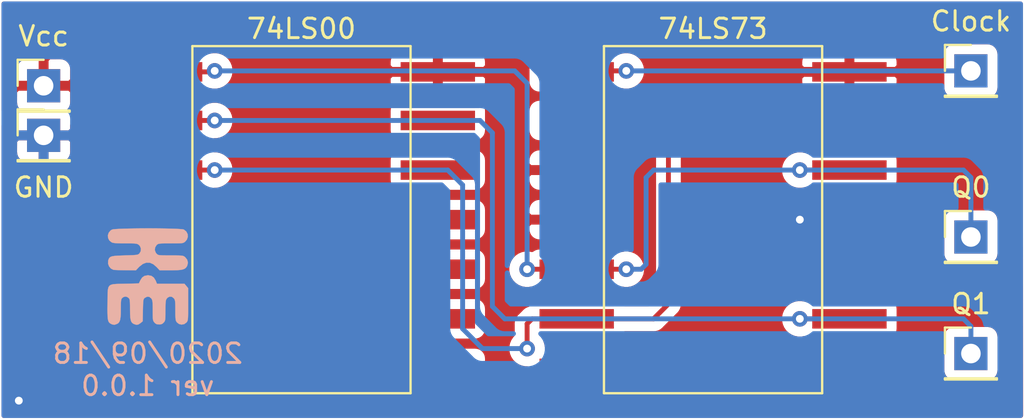
<source format=kicad_pcb>
(kicad_pcb (version 20171130) (host pcbnew 5.1.6)

  (general
    (thickness 1.6)
    (drawings 6)
    (tracks 74)
    (zones 0)
    (modules 8)
    (nets 9)
  )

  (page A4)
  (layers
    (0 F.Cu signal)
    (31 B.Cu signal)
    (32 B.Adhes user)
    (33 F.Adhes user)
    (34 B.Paste user)
    (35 F.Paste user)
    (36 B.SilkS user)
    (37 F.SilkS user)
    (38 B.Mask user)
    (39 F.Mask user)
    (40 Dwgs.User user)
    (41 Cmts.User user)
    (42 Eco1.User user)
    (43 Eco2.User user)
    (44 Edge.Cuts user)
    (45 Margin user)
    (46 B.CrtYd user)
    (47 F.CrtYd user)
    (48 B.Fab user)
    (49 F.Fab user)
  )

  (setup
    (last_trace_width 0.25)
    (trace_clearance 0.2)
    (zone_clearance 0.508)
    (zone_45_only no)
    (trace_min 0.2)
    (via_size 0.8)
    (via_drill 0.4)
    (via_min_size 0.4)
    (via_min_drill 0.3)
    (uvia_size 0.3)
    (uvia_drill 0.1)
    (uvias_allowed no)
    (uvia_min_size 0.2)
    (uvia_min_drill 0.1)
    (edge_width 0.05)
    (segment_width 0.2)
    (pcb_text_width 0.3)
    (pcb_text_size 1.5 1.5)
    (mod_edge_width 0.12)
    (mod_text_size 1 1)
    (mod_text_width 0.15)
    (pad_size 1.524 1.524)
    (pad_drill 0.762)
    (pad_to_mask_clearance 0.05)
    (aux_axis_origin 0 0)
    (visible_elements FFFFFF7F)
    (pcbplotparams
      (layerselection 0x010fc_ffffffff)
      (usegerberextensions true)
      (usegerberattributes true)
      (usegerberadvancedattributes true)
      (creategerberjobfile false)
      (excludeedgelayer true)
      (linewidth 0.100000)
      (plotframeref false)
      (viasonmask false)
      (mode 1)
      (useauxorigin false)
      (hpglpennumber 1)
      (hpglpenspeed 20)
      (hpglpendiameter 15.000000)
      (psnegative false)
      (psa4output false)
      (plotreference true)
      (plotvalue true)
      (plotinvisibletext false)
      (padsonsilk false)
      (subtractmaskfromsilk false)
      (outputformat 1)
      (mirror false)
      (drillshape 0)
      (scaleselection 1)
      (outputdirectory "gerber/"))
  )

  (net 0 "")
  (net 1 VCC)
  (net 2 GND)
  (net 3 CK)
  (net 4 "Net-(J3-Pad1)")
  (net 5 "Net-(J4-Pad1)")
  (net 6 "Net-(U1-Pad2)")
  (net 7 "Net-(U1-Pad8)")
  (net 8 "Net-(U1-Pad13)")

  (net_class Default "This is the default net class."
    (clearance 0.2)
    (trace_width 0.25)
    (via_dia 0.8)
    (via_drill 0.4)
    (uvia_dia 0.3)
    (uvia_drill 0.1)
    (add_net CK)
    (add_net GND)
    (add_net "Net-(J3-Pad1)")
    (add_net "Net-(J4-Pad1)")
    (add_net "Net-(U1-Pad13)")
    (add_net "Net-(U1-Pad2)")
    (add_net "Net-(U1-Pad8)")
    (add_net VCC)
  )

  (module myFootprint:cit_logo (layer F.Cu) (tedit 5F5F050C) (tstamp 5F5FFB3C)
    (at 55.372 59.055)
    (fp_text reference G*** (at 0 0) (layer F.SilkS) hide
      (effects (font (size 1.524 1.524) (thickness 0.3)))
    )
    (fp_text value LOGO (at 0.75 0) (layer F.SilkS) hide
      (effects (font (size 1.524 1.524) (thickness 0.3)))
    )
    (fp_poly (pts (xy 0.185087 -0.042522) (xy 0.312408 0.048239) (xy 0.407017 0.203014) (xy 0.41278 0.217035)
      (xy 0.471127 0.362857) (xy 1.880406 0.362857) (xy 1.974346 0.474498) (xy 2.068286 0.58614)
      (xy 2.068286 1.415904) (xy 2.068101 1.681963) (xy 2.066934 1.885294) (xy 2.063867 2.035738)
      (xy 2.057981 2.143136) (xy 2.048357 2.217332) (xy 2.034077 2.268167) (xy 2.014223 2.305483)
      (xy 1.987875 2.339123) (xy 1.981423 2.346652) (xy 1.867121 2.429569) (xy 1.731842 2.454445)
      (xy 1.598177 2.421281) (xy 1.502006 2.346652) (xy 1.467809 2.303176) (xy 1.443999 2.256873)
      (xy 1.428703 2.194363) (xy 1.420047 2.10227) (xy 1.416157 1.967216) (xy 1.41516 1.775824)
      (xy 1.415143 1.726442) (xy 1.414249 1.518894) (xy 1.410484 1.370617) (xy 1.402223 1.26832)
      (xy 1.387839 1.198715) (xy 1.365707 1.148511) (xy 1.339938 1.111608) (xy 1.239302 1.031544)
      (xy 1.127025 1.018301) (xy 1.01978 1.071878) (xy 0.982348 1.111608) (xy 0.952451 1.155786)
      (xy 0.931668 1.208201) (xy 0.918373 1.282142) (xy 0.91094 1.390901) (xy 0.907743 1.547767)
      (xy 0.907143 1.726442) (xy 0.906521 1.931579) (xy 0.903405 2.077526) (xy 0.895923 2.177658)
      (xy 0.8822 2.245355) (xy 0.860363 2.293993) (xy 0.828538 2.336949) (xy 0.82028 2.346652)
      (xy 0.741739 2.4167) (xy 0.647585 2.444695) (xy 0.580572 2.447636) (xy 0.464157 2.435554)
      (xy 0.381962 2.389256) (xy 0.340863 2.346652) (xy 0.306666 2.303176) (xy 0.282856 2.256873)
      (xy 0.26756 2.194363) (xy 0.258904 2.10227) (xy 0.255014 1.967216) (xy 0.254017 1.775824)
      (xy 0.254 1.726442) (xy 0.253106 1.518894) (xy 0.249342 1.370617) (xy 0.24108 1.26832)
      (xy 0.226696 1.198715) (xy 0.204564 1.148511) (xy 0.178795 1.111608) (xy 0.080155 1.032858)
      (xy -0.032248 1.024149) (xy -0.150194 1.085284) (xy -0.182737 1.114852) (xy -0.206117 1.150501)
      (xy -0.222171 1.204216) (xy -0.232739 1.287982) (xy -0.23966 1.413784) (xy -0.244773 1.593605)
      (xy -0.247467 1.719194) (xy -0.259077 2.283821) (xy -0.368179 2.375625) (xy -0.482996 2.449483)
      (xy -0.593381 2.46163) (xy -0.708585 2.424079) (xy -0.780973 2.380979) (xy -0.833832 2.320185)
      (xy -0.870019 2.230852) (xy -0.892393 2.102137) (xy -0.903813 1.923199) (xy -0.907138 1.683194)
      (xy -0.907143 1.670945) (xy -0.908025 1.466222) (xy -0.911737 1.321217) (xy -0.919881 1.22309)
      (xy -0.934056 1.158998) (xy -0.955862 1.116099) (xy -0.979714 1.088571) (xy -1.066158 1.033674)
      (xy -1.143 1.016) (xy -1.236859 1.041237) (xy -1.306286 1.088571) (xy -1.335975 1.124798)
      (xy -1.356317 1.172441) (xy -1.369038 1.244768) (xy -1.375868 1.355044) (xy -1.378536 1.516535)
      (xy -1.378857 1.645585) (xy -1.382404 1.895285) (xy -1.394701 2.083079) (xy -1.41823 2.219365)
      (xy -1.455475 2.314538) (xy -1.508919 2.378994) (xy -1.562418 2.414103) (xy -1.692918 2.460651)
      (xy -1.811947 2.448515) (xy -1.890919 2.413013) (xy -1.94653 2.376975) (xy -1.989465 2.330752)
      (xy -2.021155 2.265399) (xy -2.043033 2.171966) (xy -2.056531 2.041509) (xy -2.063082 1.865078)
      (xy -2.064119 1.633727) (xy -2.061223 1.349282) (xy -2.058512 1.059855) (xy -2.054399 0.834575)
      (xy -2.041493 0.665265) (xy -2.012406 0.54375) (xy -1.959747 0.461852) (xy -1.876127 0.411395)
      (xy -1.754156 0.384203) (xy -1.586443 0.372098) (xy -1.3656 0.366904) (xy -1.169723 0.362857)
      (xy -0.454404 0.344714) (xy -0.379538 0.186555) (xy -0.286142 0.041996) (xy -0.165269 -0.040601)
      (xy -0.002123 -0.070732) (xy 0.022321 -0.071286) (xy 0.185087 -0.042522)) (layer B.SilkS) (width 0.01))
    (fp_poly (pts (xy 0.302321 -2.473675) (xy 0.617953 -2.471136) (xy 0.916606 -2.466696) (xy 1.18936 -2.46035)
      (xy 1.427297 -2.452098) (xy 1.621498 -2.441936) (xy 1.763042 -2.429863) (xy 1.843012 -2.415875)
      (xy 1.851759 -2.412386) (xy 1.974201 -2.313389) (xy 2.041681 -2.182699) (xy 2.052239 -2.038199)
      (xy 2.003913 -1.89777) (xy 1.919125 -1.79833) (xy 1.877298 -1.764875) (xy 1.835548 -1.740603)
      (xy 1.782073 -1.724041) (xy 1.70507 -1.713716) (xy 1.592738 -1.708155) (xy 1.433274 -1.705884)
      (xy 1.214877 -1.705431) (xy 1.174853 -1.705428) (xy 0.946241 -1.705116) (xy 0.778734 -1.703238)
      (xy 0.660868 -1.69838) (xy 0.581175 -1.689132) (xy 0.52819 -1.674079) (xy 0.490448 -1.651809)
      (xy 0.456482 -1.620911) (xy 0.451922 -1.616364) (xy 0.376885 -1.495077) (xy 0.363511 -1.357812)
      (xy 0.4118 -1.226857) (xy 0.451922 -1.177636) (xy 0.486223 -1.145558) (xy 0.522865 -1.122285)
      (xy 0.573313 -1.106406) (xy 0.649034 -1.096508) (xy 0.761492 -1.091178) (xy 0.922155 -1.089004)
      (xy 1.142488 -1.088573) (xy 1.174853 -1.088571) (xy 1.403476 -1.088268) (xy 1.571331 -1.086377)
      (xy 1.690218 -1.081424) (xy 1.77194 -1.071937) (xy 1.8283 -1.056442) (xy 1.871098 -1.033466)
      (xy 1.912138 -1.001535) (xy 1.919125 -0.99567) (xy 2.021147 -0.868439) (xy 2.057481 -0.721233)
      (xy 2.025211 -0.567794) (xy 2.014659 -0.545835) (xy 1.965086 -0.469587) (xy 1.899258 -0.412809)
      (xy 1.806738 -0.372831) (xy 1.677089 -0.346978) (xy 1.499871 -0.332579) (xy 1.264648 -0.32696)
      (xy 1.158374 -0.326571) (xy 0.608989 -0.326571) (xy 0.458709 -0.488317) (xy 0.284469 -0.638327)
      (xy 0.108129 -0.715816) (xy -0.069946 -0.720792) (xy -0.249395 -0.653263) (xy -0.429853 -0.513238)
      (xy -0.475212 -0.466767) (xy -0.605709 -0.326571) (xy -1.146497 -0.330781) (xy -1.342679 -0.333414)
      (xy -1.517341 -0.337816) (xy -1.655547 -0.343457) (xy -1.742363 -0.349807) (xy -1.759857 -0.352546)
      (xy -1.88727 -0.417628) (xy -1.982225 -0.531254) (xy -2.032663 -0.67232) (xy -2.02662 -0.81938)
      (xy -2.000854 -0.90123) (xy -1.96651 -0.963243) (xy -1.913797 -1.00852) (xy -1.832923 -1.040162)
      (xy -1.714094 -1.061268) (xy -1.547519 -1.07494) (xy -1.323405 -1.084279) (xy -1.176465 -1.088571)
      (xy -0.939976 -1.095478) (xy -0.765027 -1.102427) (xy -0.640599 -1.110876) (xy -0.555675 -1.122286)
      (xy -0.499236 -1.138113) (xy -0.460265 -1.159819) (xy -0.429049 -1.187551) (xy -0.358778 -1.304093)
      (xy -0.348485 -1.4367) (xy -0.397135 -1.562147) (xy -0.448337 -1.619417) (xy -0.488456 -1.651241)
      (xy -0.531278 -1.674064) (xy -0.588934 -1.689378) (xy -0.673553 -1.698676) (xy -0.797266 -1.703454)
      (xy -0.972203 -1.705204) (xy -1.146825 -1.705429) (xy -1.389589 -1.707053) (xy -1.57061 -1.712487)
      (xy -1.700652 -1.722566) (xy -1.790483 -1.738128) (xy -1.850869 -1.760012) (xy -1.851297 -1.760233)
      (xy -1.96811 -1.855763) (xy -2.031175 -1.981798) (xy -2.041048 -2.1207) (xy -1.998285 -2.25483)
      (xy -1.903443 -2.366552) (xy -1.830763 -2.411358) (xy -1.763682 -2.425823) (xy -1.633307 -2.438409)
      (xy -1.448558 -2.449113) (xy -1.218354 -2.457932) (xy -0.951614 -2.464865) (xy -0.657257 -2.469907)
      (xy -0.344203 -2.473058) (xy -0.02137 -2.474315) (xy 0.302321 -2.473675)) (layer B.SilkS) (width 0.01))
  )

  (module Connector_PinHeader_2.54mm:PinHeader_1x01_P2.54mm_Vertical (layer F.Cu) (tedit 59FED5CC) (tstamp 5F5FC856)
    (at 97.536 57.023)
    (descr "Through hole straight pin header, 1x01, 2.54mm pitch, single row")
    (tags "Through hole pin header THT 1x01 2.54mm single row")
    (path /5F89873A)
    (fp_text reference Q0 (at 0 -2.54) (layer F.SilkS)
      (effects (font (size 1 1) (thickness 0.15)))
    )
    (fp_text value Conn_01x01_Male (at -4.445 -3.81) (layer F.Fab)
      (effects (font (size 1 1) (thickness 0.15)))
    )
    (fp_line (start 1.8 -1.8) (end -1.8 -1.8) (layer F.CrtYd) (width 0.05))
    (fp_line (start 1.8 1.8) (end 1.8 -1.8) (layer F.CrtYd) (width 0.05))
    (fp_line (start -1.8 1.8) (end 1.8 1.8) (layer F.CrtYd) (width 0.05))
    (fp_line (start -1.8 -1.8) (end -1.8 1.8) (layer F.CrtYd) (width 0.05))
    (fp_line (start -1.33 -1.33) (end 0 -1.33) (layer F.SilkS) (width 0.12))
    (fp_line (start -1.33 0) (end -1.33 -1.33) (layer F.SilkS) (width 0.12))
    (fp_line (start -1.33 1.27) (end 1.33 1.27) (layer F.SilkS) (width 0.12))
    (fp_line (start 1.33 1.27) (end 1.33 1.33) (layer F.SilkS) (width 0.12))
    (fp_line (start -1.33 1.27) (end -1.33 1.33) (layer F.SilkS) (width 0.12))
    (fp_line (start -1.33 1.33) (end 1.33 1.33) (layer F.SilkS) (width 0.12))
    (fp_line (start -1.27 -0.635) (end -0.635 -1.27) (layer F.Fab) (width 0.1))
    (fp_line (start -1.27 1.27) (end -1.27 -0.635) (layer F.Fab) (width 0.1))
    (fp_line (start 1.27 1.27) (end -1.27 1.27) (layer F.Fab) (width 0.1))
    (fp_line (start 1.27 -1.27) (end 1.27 1.27) (layer F.Fab) (width 0.1))
    (fp_line (start -0.635 -1.27) (end 1.27 -1.27) (layer F.Fab) (width 0.1))
    (fp_text user %R (at 0 -2.54 180) (layer F.Fab)
      (effects (font (size 1 1) (thickness 0.15)))
    )
    (pad 1 thru_hole rect (at 0 0) (size 1.7 1.7) (drill 1) (layers *.Cu *.Mask)
      (net 4 "Net-(J3-Pad1)"))
    (model ${KISYS3DMOD}/Connector_PinHeader_2.54mm.3dshapes/PinHeader_1x01_P2.54mm_Vertical.wrl
      (at (xyz 0 0 0))
      (scale (xyz 1 1 1))
      (rotate (xyz 0 0 0))
    )
  )

  (module Connector_PinHeader_2.54mm:PinHeader_1x01_P2.54mm_Vertical (layer F.Cu) (tedit 59FED5CC) (tstamp 5F5FE897)
    (at 97.536 62.992)
    (descr "Through hole straight pin header, 1x01, 2.54mm pitch, single row")
    (tags "Through hole pin header THT 1x01 2.54mm single row")
    (path /5F89D92E)
    (fp_text reference Q1 (at 0 -2.54) (layer F.SilkS)
      (effects (font (size 1 1) (thickness 0.15)))
    )
    (fp_text value Conn_01x01_Male (at -4.445 2.286) (layer F.Fab)
      (effects (font (size 1 1) (thickness 0.15)))
    )
    (fp_line (start -0.635 -1.27) (end 1.27 -1.27) (layer F.Fab) (width 0.1))
    (fp_line (start 1.27 -1.27) (end 1.27 1.27) (layer F.Fab) (width 0.1))
    (fp_line (start 1.27 1.27) (end -1.27 1.27) (layer F.Fab) (width 0.1))
    (fp_line (start -1.27 1.27) (end -1.27 -0.635) (layer F.Fab) (width 0.1))
    (fp_line (start -1.27 -0.635) (end -0.635 -1.27) (layer F.Fab) (width 0.1))
    (fp_line (start -1.33 1.33) (end 1.33 1.33) (layer F.SilkS) (width 0.12))
    (fp_line (start -1.33 1.27) (end -1.33 1.33) (layer F.SilkS) (width 0.12))
    (fp_line (start 1.33 1.27) (end 1.33 1.33) (layer F.SilkS) (width 0.12))
    (fp_line (start -1.33 1.27) (end 1.33 1.27) (layer F.SilkS) (width 0.12))
    (fp_line (start -1.33 0) (end -1.33 -1.33) (layer F.SilkS) (width 0.12))
    (fp_line (start -1.33 -1.33) (end 0 -1.33) (layer F.SilkS) (width 0.12))
    (fp_line (start -1.8 -1.8) (end -1.8 1.8) (layer F.CrtYd) (width 0.05))
    (fp_line (start -1.8 1.8) (end 1.8 1.8) (layer F.CrtYd) (width 0.05))
    (fp_line (start 1.8 1.8) (end 1.8 -1.8) (layer F.CrtYd) (width 0.05))
    (fp_line (start 1.8 -1.8) (end -1.8 -1.8) (layer F.CrtYd) (width 0.05))
    (fp_text user %R (at 0 -2.54 180) (layer F.Fab)
      (effects (font (size 1 1) (thickness 0.15)))
    )
    (pad 1 thru_hole rect (at 0 0) (size 1.7 1.7) (drill 1) (layers *.Cu *.Mask)
      (net 5 "Net-(J4-Pad1)"))
    (model ${KISYS3DMOD}/Connector_PinHeader_2.54mm.3dshapes/PinHeader_1x01_P2.54mm_Vertical.wrl
      (at (xyz 0 0 0))
      (scale (xyz 1 1 1))
      (rotate (xyz 0 0 0))
    )
  )

  (module myFootprint:DIP-14-SMD (layer F.Cu) (tedit 5F642499) (tstamp 5F648B36)
    (at 84.328 56.134)
    (path /5F60DCD7)
    (fp_text reference 74LS73 (at 0 -9.779) (layer F.SilkS)
      (effects (font (size 1 1) (thickness 0.15)))
    )
    (fp_text value 74LS73 (at 0 -7.747) (layer F.Fab)
      (effects (font (size 1 1) (thickness 0.15)))
    )
    (fp_line (start -5.588 -8.89) (end -5.588 8.89) (layer F.SilkS) (width 0.12))
    (fp_line (start -5.588 8.89) (end 5.588 8.89) (layer F.SilkS) (width 0.12))
    (fp_line (start 5.588 8.89) (end 5.588 -8.89) (layer F.SilkS) (width 0.12))
    (fp_line (start 5.588 -8.89) (end -5.588 -8.89) (layer F.SilkS) (width 0.12))
    (pad 1 smd rect (at -6.985 -7.5692) (size 3.81 1) (layers F.Cu F.Paste F.Mask)
      (net 3 CK))
    (pad 2 smd rect (at -6.985 -5.08) (size 3.81 1) (layers F.Cu F.Paste F.Mask)
      (net 6 "Net-(U1-Pad2)"))
    (pad 3 smd rect (at -6.985 -2.54) (size 3.81 1) (layers F.Cu F.Paste F.Mask)
      (net 1 VCC))
    (pad 4 smd rect (at -6.985 0) (size 3.81 1) (layers F.Cu F.Paste F.Mask)
      (net 1 VCC))
    (pad 5 smd rect (at -6.985 2.54) (size 3.81 1) (layers F.Cu F.Paste F.Mask)
      (net 4 "Net-(J3-Pad1)"))
    (pad 6 smd rect (at -6.985 5.08) (size 3.81 1) (layers F.Cu F.Paste F.Mask)
      (net 6 "Net-(U1-Pad2)"))
    (pad 7 smd rect (at -6.985 7.62) (size 3.81 1) (layers F.Cu F.Paste F.Mask)
      (net 1 VCC))
    (pad 14 smd rect (at 6.985 -7.5692) (size 3.81 1) (layers F.Cu F.Paste F.Mask)
      (net 1 VCC))
    (pad 13 smd rect (at 6.985 -5.08) (size 3.81 1) (layers F.Cu F.Paste F.Mask)
      (net 8 "Net-(U1-Pad13)"))
    (pad 8 smd rect (at 6.985 7.62) (size 3.81 1) (layers F.Cu F.Paste F.Mask)
      (net 7 "Net-(U1-Pad8)"))
    (pad 10 smd rect (at 6.985 2.54) (size 3.81 1) (layers F.Cu F.Paste F.Mask)
      (net 1 VCC))
    (pad 9 smd rect (at 6.985 5.08) (size 3.81 1) (layers F.Cu F.Paste F.Mask)
      (net 5 "Net-(J4-Pad1)"))
    (pad 11 smd rect (at 6.985 0) (size 3.81 1) (layers F.Cu F.Paste F.Mask)
      (net 2 GND))
    (pad 12 smd rect (at 6.985 -2.54) (size 3.81 1) (layers F.Cu F.Paste F.Mask)
      (net 4 "Net-(J3-Pad1)"))
  )

  (module myFootprint:DIP-14-SMD (layer F.Cu) (tedit 5F642499) (tstamp 5F649300)
    (at 63.246 56.134)
    (path /5F7F2A3E)
    (fp_text reference 74LS00 (at 0 -9.779) (layer F.SilkS)
      (effects (font (size 1 1) (thickness 0.15)))
    )
    (fp_text value 74LS00 (at 0 -7.62) (layer F.Fab)
      (effects (font (size 1 1) (thickness 0.15)))
    )
    (fp_line (start 5.588 -8.89) (end -5.588 -8.89) (layer F.SilkS) (width 0.12))
    (fp_line (start 5.588 8.89) (end 5.588 -8.89) (layer F.SilkS) (width 0.12))
    (fp_line (start -5.588 8.89) (end 5.588 8.89) (layer F.SilkS) (width 0.12))
    (fp_line (start -5.588 -8.89) (end -5.588 8.89) (layer F.SilkS) (width 0.12))
    (pad 12 smd rect (at 6.985 -2.54) (size 3.81 1) (layers F.Cu F.Paste F.Mask))
    (pad 11 smd rect (at 6.985 0) (size 3.81 1) (layers F.Cu F.Paste F.Mask))
    (pad 9 smd rect (at 6.985 5.08) (size 3.81 1) (layers F.Cu F.Paste F.Mask))
    (pad 10 smd rect (at 6.985 2.54) (size 3.81 1) (layers F.Cu F.Paste F.Mask))
    (pad 8 smd rect (at 6.985 7.62) (size 3.81 1) (layers F.Cu F.Paste F.Mask))
    (pad 13 smd rect (at 6.985 -5.08) (size 3.81 1) (layers F.Cu F.Paste F.Mask))
    (pad 14 smd rect (at 6.985 -7.5692) (size 3.81 1) (layers F.Cu F.Paste F.Mask)
      (net 1 VCC))
    (pad 7 smd rect (at -6.985 7.62) (size 3.81 1) (layers F.Cu F.Paste F.Mask)
      (net 2 GND))
    (pad 6 smd rect (at -6.985 5.08) (size 3.81 1) (layers F.Cu F.Paste F.Mask))
    (pad 5 smd rect (at -6.985 2.54) (size 3.81 1) (layers F.Cu F.Paste F.Mask))
    (pad 4 smd rect (at -6.985 0) (size 3.81 1) (layers F.Cu F.Paste F.Mask))
    (pad 3 smd rect (at -6.985 -2.54) (size 3.81 1) (layers F.Cu F.Paste F.Mask)
      (net 6 "Net-(U1-Pad2)"))
    (pad 2 smd rect (at -6.985 -5.08) (size 3.81 1) (layers F.Cu F.Paste F.Mask)
      (net 5 "Net-(J4-Pad1)"))
    (pad 1 smd rect (at -6.985 -7.5692) (size 3.81 1) (layers F.Cu F.Paste F.Mask)
      (net 4 "Net-(J3-Pad1)"))
  )

  (module Connector_PinHeader_2.54mm:PinHeader_1x01_P2.54mm_Vertical (layer F.Cu) (tedit 59FED5CC) (tstamp 5F6491E0)
    (at 50.038 49.276)
    (descr "Through hole straight pin header, 1x01, 2.54mm pitch, single row")
    (tags "Through hole pin header THT 1x01 2.54mm single row")
    (path /5F8B9F46)
    (fp_text reference Vcc (at 0 -2.54) (layer F.SilkS)
      (effects (font (size 1 1) (thickness 0.15)))
    )
    (fp_text value Conn_01x01_Male (at 5.08 1.524) (layer F.Fab)
      (effects (font (size 1 1) (thickness 0.15)))
    )
    (fp_line (start 1.8 -1.8) (end -1.8 -1.8) (layer F.CrtYd) (width 0.05))
    (fp_line (start 1.8 1.8) (end 1.8 -1.8) (layer F.CrtYd) (width 0.05))
    (fp_line (start -1.8 1.8) (end 1.8 1.8) (layer F.CrtYd) (width 0.05))
    (fp_line (start -1.8 -1.8) (end -1.8 1.8) (layer F.CrtYd) (width 0.05))
    (fp_line (start -1.33 -1.33) (end 0 -1.33) (layer F.SilkS) (width 0.12))
    (fp_line (start -1.33 0) (end -1.33 -1.33) (layer F.SilkS) (width 0.12))
    (fp_line (start -1.33 1.27) (end 1.33 1.27) (layer F.SilkS) (width 0.12))
    (fp_line (start 1.33 1.27) (end 1.33 1.33) (layer F.SilkS) (width 0.12))
    (fp_line (start -1.33 1.27) (end -1.33 1.33) (layer F.SilkS) (width 0.12))
    (fp_line (start -1.33 1.33) (end 1.33 1.33) (layer F.SilkS) (width 0.12))
    (fp_line (start -1.27 -0.635) (end -0.635 -1.27) (layer F.Fab) (width 0.1))
    (fp_line (start -1.27 1.27) (end -1.27 -0.635) (layer F.Fab) (width 0.1))
    (fp_line (start 1.27 1.27) (end -1.27 1.27) (layer F.Fab) (width 0.1))
    (fp_line (start 1.27 -1.27) (end 1.27 1.27) (layer F.Fab) (width 0.1))
    (fp_line (start -0.635 -1.27) (end 1.27 -1.27) (layer F.Fab) (width 0.1))
    (fp_text user %R (at 0 -2.54 180) (layer F.Fab)
      (effects (font (size 1 1) (thickness 0.15)))
    )
    (pad 1 thru_hole rect (at 0 0) (size 1.7 1.7) (drill 1) (layers *.Cu *.Mask)
      (net 1 VCC))
    (model ${KISYS3DMOD}/Connector_PinHeader_2.54mm.3dshapes/PinHeader_1x01_P2.54mm_Vertical.wrl
      (at (xyz 0 0 0))
      (scale (xyz 1 1 1))
      (rotate (xyz 0 0 0))
    )
  )

  (module Connector_PinHeader_2.54mm:PinHeader_1x01_P2.54mm_Vertical (layer F.Cu) (tedit 59FED5CC) (tstamp 5F6491F4)
    (at 97.536 48.514)
    (descr "Through hole straight pin header, 1x01, 2.54mm pitch, single row")
    (tags "Through hole pin header THT 1x01 2.54mm single row")
    (path /5F75DF30)
    (fp_text reference Clock (at 0 -2.54) (layer F.SilkS)
      (effects (font (size 1 1) (thickness 0.15)))
    )
    (fp_text value Conn_01x01_Male (at -4.445 1.905) (layer F.Fab)
      (effects (font (size 1 1) (thickness 0.15)))
    )
    (fp_line (start -0.635 -1.27) (end 1.27 -1.27) (layer F.Fab) (width 0.1))
    (fp_line (start 1.27 -1.27) (end 1.27 1.27) (layer F.Fab) (width 0.1))
    (fp_line (start 1.27 1.27) (end -1.27 1.27) (layer F.Fab) (width 0.1))
    (fp_line (start -1.27 1.27) (end -1.27 -0.635) (layer F.Fab) (width 0.1))
    (fp_line (start -1.27 -0.635) (end -0.635 -1.27) (layer F.Fab) (width 0.1))
    (fp_line (start -1.33 1.33) (end 1.33 1.33) (layer F.SilkS) (width 0.12))
    (fp_line (start -1.33 1.27) (end -1.33 1.33) (layer F.SilkS) (width 0.12))
    (fp_line (start 1.33 1.27) (end 1.33 1.33) (layer F.SilkS) (width 0.12))
    (fp_line (start -1.33 1.27) (end 1.33 1.27) (layer F.SilkS) (width 0.12))
    (fp_line (start -1.33 0) (end -1.33 -1.33) (layer F.SilkS) (width 0.12))
    (fp_line (start -1.33 -1.33) (end 0 -1.33) (layer F.SilkS) (width 0.12))
    (fp_line (start -1.8 -1.8) (end -1.8 1.8) (layer F.CrtYd) (width 0.05))
    (fp_line (start -1.8 1.8) (end 1.8 1.8) (layer F.CrtYd) (width 0.05))
    (fp_line (start 1.8 1.8) (end 1.8 -1.8) (layer F.CrtYd) (width 0.05))
    (fp_line (start 1.8 -1.8) (end -1.8 -1.8) (layer F.CrtYd) (width 0.05))
    (fp_text user %R (at 0 -2.54 180) (layer F.Fab)
      (effects (font (size 1 1) (thickness 0.15)))
    )
    (pad 1 thru_hole rect (at 0 0) (size 1.7 1.7) (drill 1) (layers *.Cu *.Mask)
      (net 3 CK))
    (model ${KISYS3DMOD}/Connector_PinHeader_2.54mm.3dshapes/PinHeader_1x01_P2.54mm_Vertical.wrl
      (at (xyz 0 0 0))
      (scale (xyz 1 1 1))
      (rotate (xyz 0 0 0))
    )
  )

  (module Connector_PinHeader_2.54mm:PinHeader_1x01_P2.54mm_Vertical (layer F.Cu) (tedit 59FED5CC) (tstamp 5F649259)
    (at 50.038 51.816)
    (descr "Through hole straight pin header, 1x01, 2.54mm pitch, single row")
    (tags "Through hole pin header THT 1x01 2.54mm single row")
    (path /5F8BA1CD)
    (fp_text reference GND (at 0 2.667) (layer F.SilkS)
      (effects (font (size 1 1) (thickness 0.15)))
    )
    (fp_text value Conn_01x01_Male (at 5.08 4.064) (layer F.Fab)
      (effects (font (size 1 1) (thickness 0.15)))
    )
    (fp_line (start -0.635 -1.27) (end 1.27 -1.27) (layer F.Fab) (width 0.1))
    (fp_line (start 1.27 -1.27) (end 1.27 1.27) (layer F.Fab) (width 0.1))
    (fp_line (start 1.27 1.27) (end -1.27 1.27) (layer F.Fab) (width 0.1))
    (fp_line (start -1.27 1.27) (end -1.27 -0.635) (layer F.Fab) (width 0.1))
    (fp_line (start -1.27 -0.635) (end -0.635 -1.27) (layer F.Fab) (width 0.1))
    (fp_line (start -1.33 1.33) (end 1.33 1.33) (layer F.SilkS) (width 0.12))
    (fp_line (start -1.33 1.27) (end -1.33 1.33) (layer F.SilkS) (width 0.12))
    (fp_line (start 1.33 1.27) (end 1.33 1.33) (layer F.SilkS) (width 0.12))
    (fp_line (start -1.33 1.27) (end 1.33 1.27) (layer F.SilkS) (width 0.12))
    (fp_line (start -1.33 0) (end -1.33 -1.33) (layer F.SilkS) (width 0.12))
    (fp_line (start -1.33 -1.33) (end 0 -1.33) (layer F.SilkS) (width 0.12))
    (fp_line (start -1.8 -1.8) (end -1.8 1.8) (layer F.CrtYd) (width 0.05))
    (fp_line (start -1.8 1.8) (end 1.8 1.8) (layer F.CrtYd) (width 0.05))
    (fp_line (start 1.8 1.8) (end 1.8 -1.8) (layer F.CrtYd) (width 0.05))
    (fp_line (start 1.8 -1.8) (end -1.8 -1.8) (layer F.CrtYd) (width 0.05))
    (fp_text user %R (at 0 2.667 180) (layer F.Fab)
      (effects (font (size 1 1) (thickness 0.15)))
    )
    (pad 1 thru_hole rect (at 0 0) (size 1.7 1.7) (drill 1) (layers *.Cu *.Mask)
      (net 2 GND))
    (model ${KISYS3DMOD}/Connector_PinHeader_2.54mm.3dshapes/PinHeader_1x01_P2.54mm_Vertical.wrl
      (at (xyz 0 0 0))
      (scale (xyz 1 1 1))
      (rotate (xyz 0 0 0))
    )
  )

  (gr_line (start 100.203 44.958) (end 47.879 44.958) (layer Dwgs.User) (width 0.15) (tstamp 5F6C44AC))
  (gr_line (start 100.203 66.294) (end 100.203 44.958) (layer Dwgs.User) (width 0.15))
  (gr_line (start 47.879 66.294) (end 100.203 66.294) (layer Dwgs.User) (width 0.15))
  (gr_line (start 47.879 44.958) (end 47.879 66.294) (layer Dwgs.User) (width 0.15))
  (gr_text 2020/09/18 (at 55.372 62.992) (layer B.SilkS)
    (effects (font (size 1 1) (thickness 0.15)) (justify mirror))
  )
  (gr_text "ver 1.0.0" (at 55.372 64.643) (layer B.SilkS)
    (effects (font (size 1 1) (thickness 0.15)) (justify mirror))
  )

  (segment (start 50.038 49.276) (end 50.038 46.99) (width 0.25) (layer F.Cu) (net 1))
  (segment (start 50.038 46.99) (end 50.927 46.101) (width 0.25) (layer F.Cu) (net 1))
  (segment (start 50.927 46.101) (end 69.469 46.101) (width 0.25) (layer F.Cu) (net 1))
  (segment (start 70.231 46.863) (end 70.231 48.5648) (width 0.25) (layer F.Cu) (net 1))
  (segment (start 69.469 46.101) (end 70.231 46.863) (width 0.25) (layer F.Cu) (net 1))
  (segment (start 90.678 46.101) (end 91.313 46.736) (width 0.25) (layer F.Cu) (net 1))
  (segment (start 69.469 46.101) (end 73.914 46.101) (width 0.25) (layer F.Cu) (net 1))
  (segment (start 74.803 53.594) (end 77.343 53.594) (width 0.25) (layer F.Cu) (net 1))
  (segment (start 73.914 52.705) (end 74.803 53.594) (width 0.25) (layer F.Cu) (net 1))
  (segment (start 73.914 52.705) (end 73.914 55.245) (width 0.25) (layer F.Cu) (net 1))
  (segment (start 74.803 56.134) (end 77.343 56.134) (width 0.25) (layer F.Cu) (net 1))
  (segment (start 73.914 55.245) (end 74.803 56.134) (width 0.25) (layer F.Cu) (net 1))
  (segment (start 73.914 46.101) (end 87.122 46.101) (width 0.25) (layer F.Cu) (net 1))
  (segment (start 87.122 46.101) (end 90.678 46.101) (width 0.25) (layer F.Cu) (net 1))
  (segment (start 88.265 58.674) (end 91.313 58.674) (width 0.25) (layer F.Cu) (net 1))
  (segment (start 50.8 63.754) (end 56.261 63.754) (width 0.25) (layer F.Cu) (net 2))
  (segment (start 50.038 62.992) (end 50.8 63.754) (width 0.25) (layer F.Cu) (net 2))
  (via (at 48.768 65.405) (size 0.8) (drill 0.4) (layers F.Cu B.Cu) (net 2))
  (segment (start 91.313 56.134) (end 88.773 56.134) (width 0.25) (layer F.Cu) (net 2))
  (via (at 88.773 56.134) (size 0.8) (drill 0.4) (layers F.Cu B.Cu) (net 2))
  (segment (start 77.3938 48.514) (end 77.343 48.5648) (width 0.25) (layer F.Cu) (net 3))
  (segment (start 79.883 48.514) (end 77.3938 48.514) (width 0.25) (layer F.Cu) (net 3))
  (via (at 79.883 48.514) (size 0.8) (drill 0.4) (layers F.Cu B.Cu) (net 3))
  (segment (start 79.883 48.514) (end 94.234 48.514) (width 0.25) (layer B.Cu) (net 3))
  (segment (start 94.234 48.514) (end 97.536 48.514) (width 0.25) (layer B.Cu) (net 3))
  (segment (start 91.313 53.594) (end 88.773 53.594) (width 0.25) (layer F.Cu) (net 4))
  (via (at 88.773 53.594) (size 0.8) (drill 0.4) (layers F.Cu B.Cu) (net 4))
  (segment (start 79.883 58.674) (end 77.343 58.674) (width 0.25) (layer F.Cu) (net 4))
  (via (at 79.883 58.674) (size 0.8) (drill 0.4) (layers F.Cu B.Cu) (net 4))
  (segment (start 74.803 58.674) (end 77.343 58.674) (width 0.25) (layer F.Cu) (net 4))
  (via (at 74.803 58.674) (size 0.8) (drill 0.4) (layers F.Cu B.Cu) (net 4))
  (segment (start 80.645 58.674) (end 79.883 58.674) (width 0.25) (layer B.Cu) (net 4))
  (segment (start 80.899 58.42) (end 80.645 58.674) (width 0.25) (layer B.Cu) (net 4))
  (segment (start 80.899 53.975) (end 80.899 58.42) (width 0.25) (layer B.Cu) (net 4))
  (segment (start 81.28 53.594) (end 80.899 53.975) (width 0.25) (layer B.Cu) (net 4))
  (segment (start 88.773 53.594) (end 81.28 53.594) (width 0.25) (layer B.Cu) (net 4))
  (segment (start 97.536 53.975) (end 97.155 53.594) (width 0.25) (layer B.Cu) (net 4))
  (segment (start 97.536 55.245) (end 97.536 53.975) (width 0.25) (layer B.Cu) (net 4))
  (segment (start 97.155 53.594) (end 88.773 53.594) (width 0.25) (layer B.Cu) (net 4))
  (via (at 58.801 48.514) (size 0.8) (drill 0.4) (layers F.Cu B.Cu) (net 4))
  (segment (start 58.7502 48.5648) (end 58.801 48.514) (width 0.25) (layer F.Cu) (net 4))
  (segment (start 56.261 48.5648) (end 58.7502 48.5648) (width 0.25) (layer F.Cu) (net 4))
  (segment (start 74.803 49.149) (end 74.803 58.674) (width 0.25) (layer B.Cu) (net 4))
  (segment (start 74.168 48.514) (end 74.803 49.149) (width 0.25) (layer B.Cu) (net 4))
  (segment (start 58.801 48.514) (end 74.168 48.514) (width 0.25) (layer B.Cu) (net 4))
  (segment (start 97.536 55.245) (end 97.536 57.023) (width 0.25) (layer B.Cu) (net 4))
  (segment (start 56.261 51.054) (end 58.801 51.054) (width 0.25) (layer F.Cu) (net 5))
  (via (at 58.801 51.054) (size 0.8) (drill 0.4) (layers F.Cu B.Cu) (net 5))
  (segment (start 88.773 61.214) (end 91.313 61.214) (width 0.25) (layer F.Cu) (net 5))
  (via (at 88.773 61.214) (size 0.8) (drill 0.4) (layers F.Cu B.Cu) (net 5))
  (segment (start 72.39 51.054) (end 58.801 51.054) (width 0.25) (layer B.Cu) (net 5))
  (segment (start 73.025 51.689) (end 72.39 51.054) (width 0.25) (layer B.Cu) (net 5))
  (segment (start 73.025 60.579) (end 73.025 51.689) (width 0.25) (layer B.Cu) (net 5))
  (segment (start 73.66 61.214) (end 73.025 60.579) (width 0.25) (layer B.Cu) (net 5))
  (segment (start 88.773 61.214) (end 73.66 61.214) (width 0.25) (layer B.Cu) (net 5))
  (segment (start 97.536 61.595) (end 97.155 61.214) (width 0.25) (layer B.Cu) (net 5))
  (segment (start 97.536 62.992) (end 97.536 61.595) (width 0.25) (layer B.Cu) (net 5))
  (segment (start 88.773 61.214) (end 97.155 61.214) (width 0.25) (layer B.Cu) (net 5))
  (segment (start 77.343 51.054) (end 81.153 51.054) (width 0.25) (layer F.Cu) (net 6))
  (segment (start 81.153 51.054) (end 82.042 51.943) (width 0.25) (layer F.Cu) (net 6))
  (segment (start 82.042 51.943) (end 82.042 60.452) (width 0.25) (layer F.Cu) (net 6))
  (segment (start 81.28 61.214) (end 77.343 61.214) (width 0.25) (layer F.Cu) (net 6))
  (segment (start 82.042 60.452) (end 81.28 61.214) (width 0.25) (layer F.Cu) (net 6))
  (via (at 74.803 62.738) (size 0.8) (drill 0.4) (layers F.Cu B.Cu) (net 6))
  (segment (start 77.343 61.214) (end 75.057 61.214) (width 0.25) (layer F.Cu) (net 6))
  (segment (start 74.803 61.468) (end 74.803 62.738) (width 0.25) (layer F.Cu) (net 6))
  (segment (start 75.057 61.214) (end 74.803 61.468) (width 0.25) (layer F.Cu) (net 6))
  (segment (start 71.501 61.722) (end 72.517 62.738) (width 0.25) (layer B.Cu) (net 6))
  (segment (start 72.517 62.738) (end 74.803 62.738) (width 0.25) (layer B.Cu) (net 6))
  (segment (start 71.501 54.356) (end 71.501 61.722) (width 0.25) (layer B.Cu) (net 6))
  (segment (start 70.739 53.594) (end 71.501 54.356) (width 0.25) (layer B.Cu) (net 6))
  (segment (start 56.261 53.594) (end 58.801 53.594) (width 0.25) (layer F.Cu) (net 6))
  (segment (start 58.801 53.594) (end 70.739 53.594) (width 0.25) (layer B.Cu) (net 6))
  (via (at 58.801 53.594) (size 0.8) (drill 0.4) (layers F.Cu B.Cu) (net 6))

  (zone (net 2) (net_name GND) (layer F.Cu) (tstamp 5F6C44C9) (hatch edge 0.508)
    (connect_pads (clearance 0.508))
    (min_thickness 0.254)
    (fill yes (arc_segments 32) (thermal_gap 0.508) (thermal_bridge_width 0.508))
    (polygon
      (pts
        (xy 58.293 66.294) (xy 47.879 66.294) (xy 47.879 51.181) (xy 58.293 51.181)
      )
    )
    (filled_polygon
      (pts
        (xy 48.553 51.53025) (xy 48.71175 51.689) (xy 49.911 51.689) (xy 49.911 51.669) (xy 50.165 51.669)
        (xy 50.165 51.689) (xy 51.36425 51.689) (xy 51.523 51.53025) (xy 51.52421 51.308) (xy 53.717928 51.308)
        (xy 53.717928 51.554) (xy 53.730188 51.678482) (xy 53.766498 51.79818) (xy 53.825463 51.908494) (xy 53.904815 52.005185)
        (xy 54.001506 52.084537) (xy 54.11182 52.143502) (xy 54.231518 52.179812) (xy 54.356 52.192072) (xy 58.039 52.192072)
        (xy 58.039 52.455928) (xy 54.356 52.455928) (xy 54.231518 52.468188) (xy 54.11182 52.504498) (xy 54.001506 52.563463)
        (xy 53.904815 52.642815) (xy 53.825463 52.739506) (xy 53.766498 52.84982) (xy 53.730188 52.969518) (xy 53.717928 53.094)
        (xy 53.717928 54.094) (xy 53.730188 54.218482) (xy 53.766498 54.33818) (xy 53.825463 54.448494) (xy 53.904815 54.545185)
        (xy 54.001506 54.624537) (xy 54.11182 54.683502) (xy 54.231518 54.719812) (xy 54.356 54.732072) (xy 58.039 54.732072)
        (xy 58.039 54.995928) (xy 54.356 54.995928) (xy 54.231518 55.008188) (xy 54.11182 55.044498) (xy 54.001506 55.103463)
        (xy 53.904815 55.182815) (xy 53.825463 55.279506) (xy 53.766498 55.38982) (xy 53.730188 55.509518) (xy 53.717928 55.634)
        (xy 53.717928 56.634) (xy 53.730188 56.758482) (xy 53.766498 56.87818) (xy 53.825463 56.988494) (xy 53.904815 57.085185)
        (xy 54.001506 57.164537) (xy 54.11182 57.223502) (xy 54.231518 57.259812) (xy 54.356 57.272072) (xy 58.039 57.272072)
        (xy 58.039 57.535928) (xy 54.356 57.535928) (xy 54.231518 57.548188) (xy 54.11182 57.584498) (xy 54.001506 57.643463)
        (xy 53.904815 57.722815) (xy 53.825463 57.819506) (xy 53.766498 57.92982) (xy 53.730188 58.049518) (xy 53.717928 58.174)
        (xy 53.717928 59.174) (xy 53.730188 59.298482) (xy 53.766498 59.41818) (xy 53.825463 59.528494) (xy 53.904815 59.625185)
        (xy 54.001506 59.704537) (xy 54.11182 59.763502) (xy 54.231518 59.799812) (xy 54.356 59.812072) (xy 58.039 59.812072)
        (xy 58.039 60.075928) (xy 54.356 60.075928) (xy 54.231518 60.088188) (xy 54.11182 60.124498) (xy 54.001506 60.183463)
        (xy 53.904815 60.262815) (xy 53.825463 60.359506) (xy 53.766498 60.46982) (xy 53.730188 60.589518) (xy 53.717928 60.714)
        (xy 53.717928 61.714) (xy 53.730188 61.838482) (xy 53.766498 61.95818) (xy 53.825463 62.068494) (xy 53.904815 62.165185)
        (xy 54.001506 62.244537) (xy 54.11182 62.303502) (xy 54.231518 62.339812) (xy 54.356 62.352072) (xy 58.039 62.352072)
        (xy 58.039 62.616169) (xy 56.54675 62.619) (xy 56.388 62.77775) (xy 56.388 63.627) (xy 56.408 63.627)
        (xy 56.408 63.881) (xy 56.388 63.881) (xy 56.388 64.73025) (xy 56.54675 64.889) (xy 58.039 64.891831)
        (xy 58.039 66.167) (xy 48.006 66.167) (xy 48.006 64.254) (xy 53.717928 64.254) (xy 53.730188 64.378482)
        (xy 53.766498 64.49818) (xy 53.825463 64.608494) (xy 53.904815 64.705185) (xy 54.001506 64.784537) (xy 54.11182 64.843502)
        (xy 54.231518 64.879812) (xy 54.356 64.892072) (xy 55.97525 64.889) (xy 56.134 64.73025) (xy 56.134 63.881)
        (xy 53.87975 63.881) (xy 53.721 64.03975) (xy 53.717928 64.254) (xy 48.006 64.254) (xy 48.006 63.254)
        (xy 53.717928 63.254) (xy 53.721 63.46825) (xy 53.87975 63.627) (xy 56.134 63.627) (xy 56.134 62.77775)
        (xy 55.97525 62.619) (xy 54.356 62.615928) (xy 54.231518 62.628188) (xy 54.11182 62.664498) (xy 54.001506 62.723463)
        (xy 53.904815 62.802815) (xy 53.825463 62.899506) (xy 53.766498 63.00982) (xy 53.730188 63.129518) (xy 53.717928 63.254)
        (xy 48.006 63.254) (xy 48.006 52.666) (xy 48.549928 52.666) (xy 48.562188 52.790482) (xy 48.598498 52.91018)
        (xy 48.657463 53.020494) (xy 48.736815 53.117185) (xy 48.833506 53.196537) (xy 48.94382 53.255502) (xy 49.063518 53.291812)
        (xy 49.188 53.304072) (xy 49.75225 53.301) (xy 49.911 53.14225) (xy 49.911 51.943) (xy 50.165 51.943)
        (xy 50.165 53.14225) (xy 50.32375 53.301) (xy 50.888 53.304072) (xy 51.012482 53.291812) (xy 51.13218 53.255502)
        (xy 51.242494 53.196537) (xy 51.339185 53.117185) (xy 51.418537 53.020494) (xy 51.477502 52.91018) (xy 51.513812 52.790482)
        (xy 51.526072 52.666) (xy 51.523 52.10175) (xy 51.36425 51.943) (xy 50.165 51.943) (xy 49.911 51.943)
        (xy 48.71175 51.943) (xy 48.553 52.10175) (xy 48.549928 52.666) (xy 48.006 52.666) (xy 48.006 51.308)
        (xy 48.55179 51.308)
      )
    )
  )
  (zone (net 2) (net_name GND) (layer B.Cu) (tstamp 5F6C44C6) (hatch edge 0.508)
    (connect_pads (clearance 0.508))
    (min_thickness 0.254)
    (fill yes (arc_segments 32) (thermal_gap 0.508) (thermal_bridge_width 0.508))
    (polygon
      (pts
        (xy 100.203 66.294) (xy 47.879 66.294) (xy 47.879 44.958) (xy 100.203 44.958)
      )
    )
    (filled_polygon
      (pts
        (xy 100.076 66.167) (xy 48.006 66.167) (xy 48.006 52.666) (xy 48.549928 52.666) (xy 48.562188 52.790482)
        (xy 48.598498 52.91018) (xy 48.657463 53.020494) (xy 48.736815 53.117185) (xy 48.833506 53.196537) (xy 48.94382 53.255502)
        (xy 49.063518 53.291812) (xy 49.188 53.304072) (xy 49.75225 53.301) (xy 49.911 53.14225) (xy 49.911 51.943)
        (xy 50.165 51.943) (xy 50.165 53.14225) (xy 50.32375 53.301) (xy 50.888 53.304072) (xy 51.012482 53.291812)
        (xy 51.13218 53.255502) (xy 51.242494 53.196537) (xy 51.339185 53.117185) (xy 51.418537 53.020494) (xy 51.477502 52.91018)
        (xy 51.513812 52.790482) (xy 51.526072 52.666) (xy 51.523 52.10175) (xy 51.36425 51.943) (xy 50.165 51.943)
        (xy 49.911 51.943) (xy 48.71175 51.943) (xy 48.553 52.10175) (xy 48.549928 52.666) (xy 48.006 52.666)
        (xy 48.006 48.426) (xy 48.549928 48.426) (xy 48.549928 50.126) (xy 48.562188 50.250482) (xy 48.598498 50.37018)
        (xy 48.657463 50.480494) (xy 48.711222 50.546) (xy 48.657463 50.611506) (xy 48.598498 50.72182) (xy 48.562188 50.841518)
        (xy 48.549928 50.966) (xy 48.553 51.53025) (xy 48.71175 51.689) (xy 49.911 51.689) (xy 49.911 51.669)
        (xy 50.165 51.669) (xy 50.165 51.689) (xy 51.36425 51.689) (xy 51.523 51.53025) (xy 51.526072 50.966)
        (xy 51.513812 50.841518) (xy 51.477502 50.72182) (xy 51.418537 50.611506) (xy 51.364778 50.546) (xy 51.418537 50.480494)
        (xy 51.477502 50.37018) (xy 51.513812 50.250482) (xy 51.526072 50.126) (xy 51.526072 48.426) (xy 51.5247 48.412061)
        (xy 57.766 48.412061) (xy 57.766 48.615939) (xy 57.805774 48.815898) (xy 57.883795 49.004256) (xy 57.997063 49.173774)
        (xy 58.141226 49.317937) (xy 58.310744 49.431205) (xy 58.499102 49.509226) (xy 58.699061 49.549) (xy 58.902939 49.549)
        (xy 59.102898 49.509226) (xy 59.291256 49.431205) (xy 59.460774 49.317937) (xy 59.504711 49.274) (xy 73.853199 49.274)
        (xy 74.043 49.463802) (xy 74.043001 57.970288) (xy 73.999063 58.014226) (xy 73.885795 58.183744) (xy 73.807774 58.372102)
        (xy 73.785 58.486596) (xy 73.785 51.726333) (xy 73.788677 51.689) (xy 73.774003 51.540014) (xy 73.730546 51.396753)
        (xy 73.659974 51.264724) (xy 73.588799 51.177997) (xy 73.565001 51.148999) (xy 73.536002 51.1252) (xy 72.953803 50.543002)
        (xy 72.930001 50.513999) (xy 72.814276 50.419026) (xy 72.682247 50.348454) (xy 72.538986 50.304997) (xy 72.427333 50.294)
        (xy 72.427322 50.294) (xy 72.39 50.290324) (xy 72.352678 50.294) (xy 59.504711 50.294) (xy 59.460774 50.250063)
        (xy 59.291256 50.136795) (xy 59.102898 50.058774) (xy 58.902939 50.019) (xy 58.699061 50.019) (xy 58.499102 50.058774)
        (xy 58.310744 50.136795) (xy 58.141226 50.250063) (xy 57.997063 50.394226) (xy 57.883795 50.563744) (xy 57.805774 50.752102)
        (xy 57.766 50.952061) (xy 57.766 51.155939) (xy 57.805774 51.355898) (xy 57.883795 51.544256) (xy 57.997063 51.713774)
        (xy 58.141226 51.857937) (xy 58.310744 51.971205) (xy 58.499102 52.049226) (xy 58.699061 52.089) (xy 58.902939 52.089)
        (xy 59.102898 52.049226) (xy 59.291256 51.971205) (xy 59.460774 51.857937) (xy 59.504711 51.814) (xy 72.075199 51.814)
        (xy 72.265001 52.003803) (xy 72.265 60.541678) (xy 72.261324 60.579) (xy 72.265 60.616322) (xy 72.265 60.616332)
        (xy 72.275997 60.727985) (xy 72.307344 60.831323) (xy 72.319454 60.871246) (xy 72.390026 61.003276) (xy 72.429871 61.051826)
        (xy 72.484999 61.119001) (xy 72.514002 61.142803) (xy 73.0962 61.725002) (xy 73.119999 61.754001) (xy 73.148997 61.777799)
        (xy 73.235724 61.848974) (xy 73.367753 61.919546) (xy 73.511014 61.963003) (xy 73.66 61.977677) (xy 73.697333 61.974)
        (xy 74.103289 61.974) (xy 74.099289 61.978) (xy 72.831802 61.978) (xy 72.261 61.407199) (xy 72.261 54.393325)
        (xy 72.264676 54.356) (xy 72.261 54.318675) (xy 72.261 54.318667) (xy 72.250003 54.207014) (xy 72.206546 54.063753)
        (xy 72.135974 53.931724) (xy 72.041001 53.815999) (xy 72.012004 53.792202) (xy 71.302803 53.083002) (xy 71.279001 53.053999)
        (xy 71.163276 52.959026) (xy 71.031247 52.888454) (xy 70.887986 52.844997) (xy 70.776333 52.834) (xy 70.776322 52.834)
        (xy 70.739 52.830324) (xy 70.701678 52.834) (xy 59.504711 52.834) (xy 59.460774 52.790063) (xy 59.291256 52.676795)
        (xy 59.102898 52.598774) (xy 58.902939 52.559) (xy 58.699061 52.559) (xy 58.499102 52.598774) (xy 58.310744 52.676795)
        (xy 58.141226 52.790063) (xy 57.997063 52.934226) (xy 57.883795 53.103744) (xy 57.805774 53.292102) (xy 57.766 53.492061)
        (xy 57.766 53.695939) (xy 57.805774 53.895898) (xy 57.883795 54.084256) (xy 57.997063 54.253774) (xy 58.141226 54.397937)
        (xy 58.310744 54.511205) (xy 58.499102 54.589226) (xy 58.699061 54.629) (xy 58.902939 54.629) (xy 59.102898 54.589226)
        (xy 59.291256 54.511205) (xy 59.460774 54.397937) (xy 59.504711 54.354) (xy 70.424199 54.354) (xy 70.741 54.670802)
        (xy 70.741001 61.684668) (xy 70.737324 61.722) (xy 70.741001 61.759333) (xy 70.751998 61.870986) (xy 70.760138 61.89782)
        (xy 70.795454 62.014246) (xy 70.866026 62.146276) (xy 70.932273 62.226997) (xy 70.961 62.262001) (xy 70.989998 62.285799)
        (xy 71.953201 63.249003) (xy 71.976999 63.278001) (xy 72.005997 63.301799) (xy 72.092723 63.372974) (xy 72.173733 63.416275)
        (xy 72.224753 63.443546) (xy 72.368014 63.487003) (xy 72.479667 63.498) (xy 72.479677 63.498) (xy 72.517 63.501676)
        (xy 72.554322 63.498) (xy 74.099289 63.498) (xy 74.143226 63.541937) (xy 74.312744 63.655205) (xy 74.501102 63.733226)
        (xy 74.701061 63.773) (xy 74.904939 63.773) (xy 75.104898 63.733226) (xy 75.293256 63.655205) (xy 75.462774 63.541937)
        (xy 75.606937 63.397774) (xy 75.720205 63.228256) (xy 75.798226 63.039898) (xy 75.838 62.839939) (xy 75.838 62.636061)
        (xy 75.798226 62.436102) (xy 75.720205 62.247744) (xy 75.606937 62.078226) (xy 75.502711 61.974) (xy 88.069289 61.974)
        (xy 88.113226 62.017937) (xy 88.282744 62.131205) (xy 88.471102 62.209226) (xy 88.671061 62.249) (xy 88.874939 62.249)
        (xy 89.074898 62.209226) (xy 89.263256 62.131205) (xy 89.432774 62.017937) (xy 89.476711 61.974) (xy 96.073389 61.974)
        (xy 96.060188 62.017518) (xy 96.047928 62.142) (xy 96.047928 63.842) (xy 96.060188 63.966482) (xy 96.096498 64.08618)
        (xy 96.155463 64.196494) (xy 96.234815 64.293185) (xy 96.331506 64.372537) (xy 96.44182 64.431502) (xy 96.561518 64.467812)
        (xy 96.686 64.480072) (xy 98.386 64.480072) (xy 98.510482 64.467812) (xy 98.63018 64.431502) (xy 98.740494 64.372537)
        (xy 98.837185 64.293185) (xy 98.916537 64.196494) (xy 98.975502 64.08618) (xy 99.011812 63.966482) (xy 99.024072 63.842)
        (xy 99.024072 62.142) (xy 99.011812 62.017518) (xy 98.975502 61.89782) (xy 98.916537 61.787506) (xy 98.837185 61.690815)
        (xy 98.740494 61.611463) (xy 98.63018 61.552498) (xy 98.510482 61.516188) (xy 98.386 61.503928) (xy 98.290707 61.503928)
        (xy 98.285003 61.446014) (xy 98.241546 61.302753) (xy 98.170974 61.170724) (xy 98.076001 61.054999) (xy 98.046997 61.031196)
        (xy 97.718804 60.703003) (xy 97.695001 60.673999) (xy 97.579276 60.579026) (xy 97.447247 60.508454) (xy 97.303986 60.464997)
        (xy 97.192333 60.454) (xy 97.192322 60.454) (xy 97.155 60.450324) (xy 97.117678 60.454) (xy 89.476711 60.454)
        (xy 89.432774 60.410063) (xy 89.263256 60.296795) (xy 89.074898 60.218774) (xy 88.874939 60.179) (xy 88.671061 60.179)
        (xy 88.471102 60.218774) (xy 88.282744 60.296795) (xy 88.113226 60.410063) (xy 88.069289 60.454) (xy 73.974802 60.454)
        (xy 73.785 60.264199) (xy 73.785 58.861404) (xy 73.807774 58.975898) (xy 73.885795 59.164256) (xy 73.999063 59.333774)
        (xy 74.143226 59.477937) (xy 74.312744 59.591205) (xy 74.501102 59.669226) (xy 74.701061 59.709) (xy 74.904939 59.709)
        (xy 75.104898 59.669226) (xy 75.293256 59.591205) (xy 75.462774 59.477937) (xy 75.606937 59.333774) (xy 75.720205 59.164256)
        (xy 75.798226 58.975898) (xy 75.838 58.775939) (xy 75.838 58.572061) (xy 78.848 58.572061) (xy 78.848 58.775939)
        (xy 78.887774 58.975898) (xy 78.965795 59.164256) (xy 79.079063 59.333774) (xy 79.223226 59.477937) (xy 79.392744 59.591205)
        (xy 79.581102 59.669226) (xy 79.781061 59.709) (xy 79.984939 59.709) (xy 80.184898 59.669226) (xy 80.373256 59.591205)
        (xy 80.542774 59.477937) (xy 80.586711 59.434) (xy 80.607678 59.434) (xy 80.645 59.437676) (xy 80.682322 59.434)
        (xy 80.682333 59.434) (xy 80.793986 59.423003) (xy 80.937247 59.379546) (xy 81.069276 59.308974) (xy 81.185001 59.214001)
        (xy 81.208804 59.184997) (xy 81.409997 58.983804) (xy 81.439001 58.960001) (xy 81.533974 58.844276) (xy 81.604546 58.712247)
        (xy 81.648003 58.568986) (xy 81.659 58.457333) (xy 81.659 58.457324) (xy 81.662676 58.420001) (xy 81.659 58.382678)
        (xy 81.659 54.354) (xy 88.069289 54.354) (xy 88.113226 54.397937) (xy 88.282744 54.511205) (xy 88.471102 54.589226)
        (xy 88.671061 54.629) (xy 88.874939 54.629) (xy 89.074898 54.589226) (xy 89.263256 54.511205) (xy 89.432774 54.397937)
        (xy 89.476711 54.354) (xy 96.776001 54.354) (xy 96.776 55.207667) (xy 96.776 55.534928) (xy 96.686 55.534928)
        (xy 96.561518 55.547188) (xy 96.44182 55.583498) (xy 96.331506 55.642463) (xy 96.234815 55.721815) (xy 96.155463 55.818506)
        (xy 96.096498 55.92882) (xy 96.060188 56.048518) (xy 96.047928 56.173) (xy 96.047928 57.873) (xy 96.060188 57.997482)
        (xy 96.096498 58.11718) (xy 96.155463 58.227494) (xy 96.234815 58.324185) (xy 96.331506 58.403537) (xy 96.44182 58.462502)
        (xy 96.561518 58.498812) (xy 96.686 58.511072) (xy 98.386 58.511072) (xy 98.510482 58.498812) (xy 98.63018 58.462502)
        (xy 98.740494 58.403537) (xy 98.837185 58.324185) (xy 98.916537 58.227494) (xy 98.975502 58.11718) (xy 99.011812 57.997482)
        (xy 99.024072 57.873) (xy 99.024072 56.173) (xy 99.011812 56.048518) (xy 98.975502 55.92882) (xy 98.916537 55.818506)
        (xy 98.837185 55.721815) (xy 98.740494 55.642463) (xy 98.63018 55.583498) (xy 98.510482 55.547188) (xy 98.386 55.534928)
        (xy 98.296 55.534928) (xy 98.296 54.012322) (xy 98.299676 53.974999) (xy 98.296 53.937676) (xy 98.296 53.937667)
        (xy 98.285003 53.826014) (xy 98.241546 53.682753) (xy 98.170974 53.550724) (xy 98.076001 53.434999) (xy 98.046997 53.411196)
        (xy 97.718804 53.083003) (xy 97.695001 53.053999) (xy 97.579276 52.959026) (xy 97.447247 52.888454) (xy 97.303986 52.844997)
        (xy 97.192333 52.834) (xy 97.192322 52.834) (xy 97.155 52.830324) (xy 97.117678 52.834) (xy 89.476711 52.834)
        (xy 89.432774 52.790063) (xy 89.263256 52.676795) (xy 89.074898 52.598774) (xy 88.874939 52.559) (xy 88.671061 52.559)
        (xy 88.471102 52.598774) (xy 88.282744 52.676795) (xy 88.113226 52.790063) (xy 88.069289 52.834) (xy 81.317322 52.834)
        (xy 81.279999 52.830324) (xy 81.242676 52.834) (xy 81.242667 52.834) (xy 81.131014 52.844997) (xy 80.987753 52.888454)
        (xy 80.855724 52.959026) (xy 80.739999 53.053999) (xy 80.716196 53.083003) (xy 80.388003 53.411196) (xy 80.358999 53.434999)
        (xy 80.31217 53.492061) (xy 80.264026 53.550724) (xy 80.210719 53.650454) (xy 80.193454 53.682754) (xy 80.149997 53.826015)
        (xy 80.139 53.937668) (xy 80.139 53.937678) (xy 80.135324 53.975) (xy 80.139 54.012323) (xy 80.139001 57.669645)
        (xy 79.984939 57.639) (xy 79.781061 57.639) (xy 79.581102 57.678774) (xy 79.392744 57.756795) (xy 79.223226 57.870063)
        (xy 79.079063 58.014226) (xy 78.965795 58.183744) (xy 78.887774 58.372102) (xy 78.848 58.572061) (xy 75.838 58.572061)
        (xy 75.798226 58.372102) (xy 75.720205 58.183744) (xy 75.606937 58.014226) (xy 75.563 57.970289) (xy 75.563 49.186333)
        (xy 75.566677 49.149) (xy 75.552003 49.000014) (xy 75.508546 48.856753) (xy 75.437974 48.724724) (xy 75.366799 48.637997)
        (xy 75.343001 48.608999) (xy 75.314004 48.585202) (xy 75.140863 48.412061) (xy 78.848 48.412061) (xy 78.848 48.615939)
        (xy 78.887774 48.815898) (xy 78.965795 49.004256) (xy 79.079063 49.173774) (xy 79.223226 49.317937) (xy 79.392744 49.431205)
        (xy 79.581102 49.509226) (xy 79.781061 49.549) (xy 79.984939 49.549) (xy 80.184898 49.509226) (xy 80.373256 49.431205)
        (xy 80.542774 49.317937) (xy 80.586711 49.274) (xy 96.047928 49.274) (xy 96.047928 49.364) (xy 96.060188 49.488482)
        (xy 96.096498 49.60818) (xy 96.155463 49.718494) (xy 96.234815 49.815185) (xy 96.331506 49.894537) (xy 96.44182 49.953502)
        (xy 96.561518 49.989812) (xy 96.686 50.002072) (xy 98.386 50.002072) (xy 98.510482 49.989812) (xy 98.63018 49.953502)
        (xy 98.740494 49.894537) (xy 98.837185 49.815185) (xy 98.916537 49.718494) (xy 98.975502 49.60818) (xy 99.011812 49.488482)
        (xy 99.024072 49.364) (xy 99.024072 47.664) (xy 99.011812 47.539518) (xy 98.975502 47.41982) (xy 98.916537 47.309506)
        (xy 98.837185 47.212815) (xy 98.740494 47.133463) (xy 98.63018 47.074498) (xy 98.510482 47.038188) (xy 98.386 47.025928)
        (xy 96.686 47.025928) (xy 96.561518 47.038188) (xy 96.44182 47.074498) (xy 96.331506 47.133463) (xy 96.234815 47.212815)
        (xy 96.155463 47.309506) (xy 96.096498 47.41982) (xy 96.060188 47.539518) (xy 96.047928 47.664) (xy 96.047928 47.754)
        (xy 80.586711 47.754) (xy 80.542774 47.710063) (xy 80.373256 47.596795) (xy 80.184898 47.518774) (xy 79.984939 47.479)
        (xy 79.781061 47.479) (xy 79.581102 47.518774) (xy 79.392744 47.596795) (xy 79.223226 47.710063) (xy 79.079063 47.854226)
        (xy 78.965795 48.023744) (xy 78.887774 48.212102) (xy 78.848 48.412061) (xy 75.140863 48.412061) (xy 74.731803 48.003002)
        (xy 74.708001 47.973999) (xy 74.592276 47.879026) (xy 74.460247 47.808454) (xy 74.316986 47.764997) (xy 74.205333 47.754)
        (xy 74.205322 47.754) (xy 74.168 47.750324) (xy 74.130678 47.754) (xy 59.504711 47.754) (xy 59.460774 47.710063)
        (xy 59.291256 47.596795) (xy 59.102898 47.518774) (xy 58.902939 47.479) (xy 58.699061 47.479) (xy 58.499102 47.518774)
        (xy 58.310744 47.596795) (xy 58.141226 47.710063) (xy 57.997063 47.854226) (xy 57.883795 48.023744) (xy 57.805774 48.212102)
        (xy 57.766 48.412061) (xy 51.5247 48.412061) (xy 51.513812 48.301518) (xy 51.477502 48.18182) (xy 51.418537 48.071506)
        (xy 51.339185 47.974815) (xy 51.242494 47.895463) (xy 51.13218 47.836498) (xy 51.012482 47.800188) (xy 50.888 47.787928)
        (xy 49.188 47.787928) (xy 49.063518 47.800188) (xy 48.94382 47.836498) (xy 48.833506 47.895463) (xy 48.736815 47.974815)
        (xy 48.657463 48.071506) (xy 48.598498 48.18182) (xy 48.562188 48.301518) (xy 48.549928 48.426) (xy 48.006 48.426)
        (xy 48.006 45.085) (xy 100.076 45.085)
      )
    )
  )
  (zone (net 1) (net_name VCC) (layer F.Cu) (tstamp 5F6C44C3) (hatch edge 0.508)
    (priority 1)
    (connect_pads (clearance 0.508))
    (min_thickness 0.254)
    (fill yes (arc_segments 32) (thermal_gap 0.508) (thermal_bridge_width 0.508))
    (polygon
      (pts
        (xy 100.210938 66.294) (xy 87.757 66.294) (xy 68.326 66.294) (xy 58.674 66.294) (xy 58.674 51.435)
        (xy 57.912 50.673) (xy 47.879 50.673) (xy 47.879 44.958) (xy 100.195063 44.958)
      )
    )
    (filled_polygon
      (pts
        (xy 100.083843 66.167) (xy 58.801 66.167) (xy 58.801 64.285192) (xy 58.804072 64.254) (xy 58.804072 63.254)
        (xy 67.687928 63.254) (xy 67.687928 64.254) (xy 67.700188 64.378482) (xy 67.736498 64.49818) (xy 67.795463 64.608494)
        (xy 67.874815 64.705185) (xy 67.971506 64.784537) (xy 68.08182 64.843502) (xy 68.201518 64.879812) (xy 68.326 64.892072)
        (xy 72.136 64.892072) (xy 72.260482 64.879812) (xy 72.38018 64.843502) (xy 72.490494 64.784537) (xy 72.587185 64.705185)
        (xy 72.666537 64.608494) (xy 72.725502 64.49818) (xy 72.761812 64.378482) (xy 72.774072 64.254) (xy 72.774072 63.254)
        (xy 72.761812 63.129518) (xy 72.725502 63.00982) (xy 72.666537 62.899506) (xy 72.587185 62.802815) (xy 72.490494 62.723463)
        (xy 72.38018 62.664498) (xy 72.286436 62.636061) (xy 73.768 62.636061) (xy 73.768 62.839939) (xy 73.807774 63.039898)
        (xy 73.885795 63.228256) (xy 73.999063 63.397774) (xy 74.143226 63.541937) (xy 74.312744 63.655205) (xy 74.501102 63.733226)
        (xy 74.701061 63.773) (xy 74.803 63.773) (xy 74.803 63.881002) (xy 74.961748 63.881002) (xy 74.803 64.03975)
        (xy 74.799928 64.254) (xy 74.812188 64.378482) (xy 74.848498 64.49818) (xy 74.907463 64.608494) (xy 74.986815 64.705185)
        (xy 75.083506 64.784537) (xy 75.19382 64.843502) (xy 75.313518 64.879812) (xy 75.438 64.892072) (xy 77.05725 64.889)
        (xy 77.216 64.73025) (xy 77.216 63.881) (xy 77.47 63.881) (xy 77.47 64.73025) (xy 77.62875 64.889)
        (xy 79.248 64.892072) (xy 79.372482 64.879812) (xy 79.49218 64.843502) (xy 79.602494 64.784537) (xy 79.699185 64.705185)
        (xy 79.778537 64.608494) (xy 79.837502 64.49818) (xy 79.873812 64.378482) (xy 79.886072 64.254) (xy 79.883 64.03975)
        (xy 79.72425 63.881) (xy 77.47 63.881) (xy 77.216 63.881) (xy 77.196 63.881) (xy 77.196 63.627)
        (xy 77.216 63.627) (xy 77.216 62.77775) (xy 77.47 62.77775) (xy 77.47 63.627) (xy 79.72425 63.627)
        (xy 79.883 63.46825) (xy 79.886072 63.254) (xy 88.769928 63.254) (xy 88.769928 64.254) (xy 88.782188 64.378482)
        (xy 88.818498 64.49818) (xy 88.877463 64.608494) (xy 88.956815 64.705185) (xy 89.053506 64.784537) (xy 89.16382 64.843502)
        (xy 89.283518 64.879812) (xy 89.408 64.892072) (xy 93.218 64.892072) (xy 93.342482 64.879812) (xy 93.46218 64.843502)
        (xy 93.572494 64.784537) (xy 93.669185 64.705185) (xy 93.748537 64.608494) (xy 93.807502 64.49818) (xy 93.843812 64.378482)
        (xy 93.856072 64.254) (xy 93.856072 63.254) (xy 93.843812 63.129518) (xy 93.807502 63.00982) (xy 93.748537 62.899506)
        (xy 93.669185 62.802815) (xy 93.572494 62.723463) (xy 93.46218 62.664498) (xy 93.342482 62.628188) (xy 93.218 62.615928)
        (xy 89.408 62.615928) (xy 89.283518 62.628188) (xy 89.16382 62.664498) (xy 89.053506 62.723463) (xy 88.956815 62.802815)
        (xy 88.877463 62.899506) (xy 88.818498 63.00982) (xy 88.782188 63.129518) (xy 88.769928 63.254) (xy 79.886072 63.254)
        (xy 79.873812 63.129518) (xy 79.837502 63.00982) (xy 79.778537 62.899506) (xy 79.699185 62.802815) (xy 79.602494 62.723463)
        (xy 79.49218 62.664498) (xy 79.372482 62.628188) (xy 79.248 62.615928) (xy 77.62875 62.619) (xy 77.47 62.77775)
        (xy 77.216 62.77775) (xy 77.05725 62.619) (xy 75.834145 62.61668) (xy 75.798226 62.436102) (xy 75.763419 62.352072)
        (xy 79.248 62.352072) (xy 79.372482 62.339812) (xy 79.49218 62.303502) (xy 79.602494 62.244537) (xy 79.699185 62.165185)
        (xy 79.778537 62.068494) (xy 79.829046 61.974) (xy 81.242678 61.974) (xy 81.28 61.977676) (xy 81.317322 61.974)
        (xy 81.317333 61.974) (xy 81.428986 61.963003) (xy 81.572247 61.919546) (xy 81.704276 61.848974) (xy 81.820001 61.754001)
        (xy 81.843803 61.724998) (xy 82.45674 61.112061) (xy 87.738 61.112061) (xy 87.738 61.315939) (xy 87.777774 61.515898)
        (xy 87.855795 61.704256) (xy 87.969063 61.873774) (xy 88.113226 62.017937) (xy 88.282744 62.131205) (xy 88.471102 62.209226)
        (xy 88.671061 62.249) (xy 88.874939 62.249) (xy 89.023047 62.21954) (xy 89.053506 62.244537) (xy 89.16382 62.303502)
        (xy 89.283518 62.339812) (xy 89.408 62.352072) (xy 93.218 62.352072) (xy 93.342482 62.339812) (xy 93.46218 62.303502)
        (xy 93.572494 62.244537) (xy 93.669185 62.165185) (xy 93.688212 62.142) (xy 96.047928 62.142) (xy 96.047928 63.842)
        (xy 96.060188 63.966482) (xy 96.096498 64.08618) (xy 96.155463 64.196494) (xy 96.234815 64.293185) (xy 96.331506 64.372537)
        (xy 96.44182 64.431502) (xy 96.561518 64.467812) (xy 96.686 64.480072) (xy 98.386 64.480072) (xy 98.510482 64.467812)
        (xy 98.63018 64.431502) (xy 98.740494 64.372537) (xy 98.837185 64.293185) (xy 98.916537 64.196494) (xy 98.975502 64.08618)
        (xy 99.011812 63.966482) (xy 99.024072 63.842) (xy 99.024072 62.142) (xy 99.011812 62.017518) (xy 98.975502 61.89782)
        (xy 98.916537 61.787506) (xy 98.837185 61.690815) (xy 98.740494 61.611463) (xy 98.63018 61.552498) (xy 98.510482 61.516188)
        (xy 98.386 61.503928) (xy 96.686 61.503928) (xy 96.561518 61.516188) (xy 96.44182 61.552498) (xy 96.331506 61.611463)
        (xy 96.234815 61.690815) (xy 96.155463 61.787506) (xy 96.096498 61.89782) (xy 96.060188 62.017518) (xy 96.047928 62.142)
        (xy 93.688212 62.142) (xy 93.748537 62.068494) (xy 93.807502 61.95818) (xy 93.843812 61.838482) (xy 93.856072 61.714)
        (xy 93.856072 60.714) (xy 93.843812 60.589518) (xy 93.807502 60.46982) (xy 93.748537 60.359506) (xy 93.669185 60.262815)
        (xy 93.572494 60.183463) (xy 93.46218 60.124498) (xy 93.342482 60.088188) (xy 93.218 60.075928) (xy 89.408 60.075928)
        (xy 89.283518 60.088188) (xy 89.16382 60.124498) (xy 89.053506 60.183463) (xy 89.023047 60.20846) (xy 88.874939 60.179)
        (xy 88.671061 60.179) (xy 88.471102 60.218774) (xy 88.282744 60.296795) (xy 88.113226 60.410063) (xy 87.969063 60.554226)
        (xy 87.855795 60.723744) (xy 87.777774 60.912102) (xy 87.738 61.112061) (xy 82.45674 61.112061) (xy 82.553002 61.015799)
        (xy 82.582001 60.992001) (xy 82.676974 60.876276) (xy 82.747546 60.744247) (xy 82.791003 60.600986) (xy 82.802 60.489333)
        (xy 82.802 60.489325) (xy 82.805676 60.452) (xy 82.802 60.414675) (xy 82.802 59.174) (xy 88.769928 59.174)
        (xy 88.782188 59.298482) (xy 88.818498 59.41818) (xy 88.877463 59.528494) (xy 88.956815 59.625185) (xy 89.053506 59.704537)
        (xy 89.16382 59.763502) (xy 89.283518 59.799812) (xy 89.408 59.812072) (xy 91.02725 59.809) (xy 91.186 59.65025)
        (xy 91.186 58.801) (xy 91.44 58.801) (xy 91.44 59.65025) (xy 91.59875 59.809) (xy 93.218 59.812072)
        (xy 93.342482 59.799812) (xy 93.46218 59.763502) (xy 93.572494 59.704537) (xy 93.669185 59.625185) (xy 93.748537 59.528494)
        (xy 93.807502 59.41818) (xy 93.843812 59.298482) (xy 93.856072 59.174) (xy 93.853 58.95975) (xy 93.69425 58.801)
        (xy 91.44 58.801) (xy 91.186 58.801) (xy 88.93175 58.801) (xy 88.773 58.95975) (xy 88.769928 59.174)
        (xy 82.802 59.174) (xy 82.802 58.174) (xy 88.769928 58.174) (xy 88.773 58.38825) (xy 88.93175 58.547)
        (xy 91.186 58.547) (xy 91.186 57.69775) (xy 91.44 57.69775) (xy 91.44 58.547) (xy 93.69425 58.547)
        (xy 93.853 58.38825) (xy 93.856072 58.174) (xy 93.843812 58.049518) (xy 93.807502 57.92982) (xy 93.748537 57.819506)
        (xy 93.669185 57.722815) (xy 93.572494 57.643463) (xy 93.46218 57.584498) (xy 93.342482 57.548188) (xy 93.218 57.535928)
        (xy 91.59875 57.539) (xy 91.44 57.69775) (xy 91.186 57.69775) (xy 91.02725 57.539) (xy 89.408 57.535928)
        (xy 89.283518 57.548188) (xy 89.16382 57.584498) (xy 89.053506 57.643463) (xy 88.956815 57.722815) (xy 88.877463 57.819506)
        (xy 88.818498 57.92982) (xy 88.782188 58.049518) (xy 88.769928 58.174) (xy 82.802 58.174) (xy 82.802 56.032061)
        (xy 87.738 56.032061) (xy 87.738 56.235939) (xy 87.777774 56.435898) (xy 87.855795 56.624256) (xy 87.969063 56.793774)
        (xy 88.113226 56.937937) (xy 88.282744 57.051205) (xy 88.471102 57.129226) (xy 88.671061 57.169) (xy 88.874939 57.169)
        (xy 89.023047 57.13954) (xy 89.053506 57.164537) (xy 89.16382 57.223502) (xy 89.283518 57.259812) (xy 89.408 57.272072)
        (xy 93.218 57.272072) (xy 93.342482 57.259812) (xy 93.46218 57.223502) (xy 93.572494 57.164537) (xy 93.669185 57.085185)
        (xy 93.748537 56.988494) (xy 93.807502 56.87818) (xy 93.843812 56.758482) (xy 93.856072 56.634) (xy 93.856072 56.173)
        (xy 96.047928 56.173) (xy 96.047928 57.873) (xy 96.060188 57.997482) (xy 96.096498 58.11718) (xy 96.155463 58.227494)
        (xy 96.234815 58.324185) (xy 96.331506 58.403537) (xy 96.44182 58.462502) (xy 96.561518 58.498812) (xy 96.686 58.511072)
        (xy 98.386 58.511072) (xy 98.510482 58.498812) (xy 98.63018 58.462502) (xy 98.740494 58.403537) (xy 98.837185 58.324185)
        (xy 98.916537 58.227494) (xy 98.975502 58.11718) (xy 99.011812 57.997482) (xy 99.024072 57.873) (xy 99.024072 56.173)
        (xy 99.011812 56.048518) (xy 98.975502 55.92882) (xy 98.916537 55.818506) (xy 98.837185 55.721815) (xy 98.740494 55.642463)
        (xy 98.63018 55.583498) (xy 98.510482 55.547188) (xy 98.386 55.534928) (xy 96.686 55.534928) (xy 96.561518 55.547188)
        (xy 96.44182 55.583498) (xy 96.331506 55.642463) (xy 96.234815 55.721815) (xy 96.155463 55.818506) (xy 96.096498 55.92882)
        (xy 96.060188 56.048518) (xy 96.047928 56.173) (xy 93.856072 56.173) (xy 93.856072 55.634) (xy 93.843812 55.509518)
        (xy 93.807502 55.38982) (xy 93.748537 55.279506) (xy 93.669185 55.182815) (xy 93.572494 55.103463) (xy 93.46218 55.044498)
        (xy 93.342482 55.008188) (xy 93.218 54.995928) (xy 89.408 54.995928) (xy 89.283518 55.008188) (xy 89.16382 55.044498)
        (xy 89.053506 55.103463) (xy 89.023047 55.12846) (xy 88.874939 55.099) (xy 88.671061 55.099) (xy 88.471102 55.138774)
        (xy 88.282744 55.216795) (xy 88.113226 55.330063) (xy 87.969063 55.474226) (xy 87.855795 55.643744) (xy 87.777774 55.832102)
        (xy 87.738 56.032061) (xy 82.802 56.032061) (xy 82.802 53.492061) (xy 87.738 53.492061) (xy 87.738 53.695939)
        (xy 87.777774 53.895898) (xy 87.855795 54.084256) (xy 87.969063 54.253774) (xy 88.113226 54.397937) (xy 88.282744 54.511205)
        (xy 88.471102 54.589226) (xy 88.671061 54.629) (xy 88.874939 54.629) (xy 89.023047 54.59954) (xy 89.053506 54.624537)
        (xy 89.16382 54.683502) (xy 89.283518 54.719812) (xy 89.408 54.732072) (xy 93.218 54.732072) (xy 93.342482 54.719812)
        (xy 93.46218 54.683502) (xy 93.572494 54.624537) (xy 93.669185 54.545185) (xy 93.748537 54.448494) (xy 93.807502 54.33818)
        (xy 93.843812 54.218482) (xy 93.856072 54.094) (xy 93.856072 53.094) (xy 93.843812 52.969518) (xy 93.807502 52.84982)
        (xy 93.748537 52.739506) (xy 93.669185 52.642815) (xy 93.572494 52.563463) (xy 93.46218 52.504498) (xy 93.342482 52.468188)
        (xy 93.218 52.455928) (xy 89.408 52.455928) (xy 89.283518 52.468188) (xy 89.16382 52.504498) (xy 89.053506 52.563463)
        (xy 89.023047 52.58846) (xy 88.874939 52.559) (xy 88.671061 52.559) (xy 88.471102 52.598774) (xy 88.282744 52.676795)
        (xy 88.113226 52.790063) (xy 87.969063 52.934226) (xy 87.855795 53.103744) (xy 87.777774 53.292102) (xy 87.738 53.492061)
        (xy 82.802 53.492061) (xy 82.802 51.980323) (xy 82.805676 51.943) (xy 82.802 51.905677) (xy 82.802 51.905667)
        (xy 82.791003 51.794014) (xy 82.747546 51.650753) (xy 82.676974 51.518724) (xy 82.582001 51.402999) (xy 82.553004 51.379202)
        (xy 81.727802 50.554) (xy 88.769928 50.554) (xy 88.769928 51.554) (xy 88.782188 51.678482) (xy 88.818498 51.79818)
        (xy 88.877463 51.908494) (xy 88.956815 52.005185) (xy 89.053506 52.084537) (xy 89.16382 52.143502) (xy 89.283518 52.179812)
        (xy 89.408 52.192072) (xy 93.218 52.192072) (xy 93.342482 52.179812) (xy 93.46218 52.143502) (xy 93.572494 52.084537)
        (xy 93.669185 52.005185) (xy 93.748537 51.908494) (xy 93.807502 51.79818) (xy 93.843812 51.678482) (xy 93.856072 51.554)
        (xy 93.856072 50.554) (xy 93.843812 50.429518) (xy 93.807502 50.30982) (xy 93.748537 50.199506) (xy 93.669185 50.102815)
        (xy 93.572494 50.023463) (xy 93.46218 49.964498) (xy 93.342482 49.928188) (xy 93.218 49.915928) (xy 89.408 49.915928)
        (xy 89.283518 49.928188) (xy 89.16382 49.964498) (xy 89.053506 50.023463) (xy 88.956815 50.102815) (xy 88.877463 50.199506)
        (xy 88.818498 50.30982) (xy 88.782188 50.429518) (xy 88.769928 50.554) (xy 81.727802 50.554) (xy 81.716803 50.543002)
        (xy 81.693001 50.513999) (xy 81.577276 50.419026) (xy 81.445247 50.348454) (xy 81.301986 50.304997) (xy 81.190333 50.294)
        (xy 81.190322 50.294) (xy 81.153 50.290324) (xy 81.115678 50.294) (xy 79.829046 50.294) (xy 79.778537 50.199506)
        (xy 79.699185 50.102815) (xy 79.602494 50.023463) (xy 79.49218 49.964498) (xy 79.372482 49.928188) (xy 79.248 49.915928)
        (xy 75.438 49.915928) (xy 75.313518 49.928188) (xy 75.19382 49.964498) (xy 75.083506 50.023463) (xy 74.986815 50.102815)
        (xy 74.907463 50.199506) (xy 74.848498 50.30982) (xy 74.812188 50.429518) (xy 74.799928 50.554) (xy 74.799928 51.554)
        (xy 74.812188 51.678482) (xy 74.848498 51.79818) (xy 74.907463 51.908494) (xy 74.986815 52.005185) (xy 75.083506 52.084537)
        (xy 75.19382 52.143502) (xy 75.313518 52.179812) (xy 75.438 52.192072) (xy 79.248 52.192072) (xy 79.372482 52.179812)
        (xy 79.49218 52.143502) (xy 79.602494 52.084537) (xy 79.699185 52.005185) (xy 79.778537 51.908494) (xy 79.829046 51.814)
        (xy 80.838199 51.814) (xy 81.282 52.257802) (xy 81.282001 60.137197) (xy 80.965199 60.454) (xy 79.829046 60.454)
        (xy 79.778537 60.359506) (xy 79.699185 60.262815) (xy 79.602494 60.183463) (xy 79.49218 60.124498) (xy 79.372482 60.088188)
        (xy 79.248 60.075928) (xy 75.438 60.075928) (xy 75.313518 60.088188) (xy 75.19382 60.124498) (xy 75.083506 60.183463)
        (xy 74.986815 60.262815) (xy 74.907463 60.359506) (xy 74.848498 60.46982) (xy 74.844078 60.484392) (xy 74.764753 60.508454)
        (xy 74.632724 60.579026) (xy 74.516999 60.673999) (xy 74.493196 60.703003) (xy 74.292003 60.904196) (xy 74.262999 60.927999)
        (xy 74.210474 60.992001) (xy 74.168026 61.043724) (xy 74.097455 61.175753) (xy 74.097454 61.175754) (xy 74.053997 61.319015)
        (xy 74.043 61.430668) (xy 74.043 61.430678) (xy 74.039324 61.468) (xy 74.043 61.505323) (xy 74.043 62.034289)
        (xy 73.999063 62.078226) (xy 73.885795 62.247744) (xy 73.807774 62.436102) (xy 73.768 62.636061) (xy 72.286436 62.636061)
        (xy 72.260482 62.628188) (xy 72.136 62.615928) (xy 68.326 62.615928) (xy 68.201518 62.628188) (xy 68.08182 62.664498)
        (xy 67.971506 62.723463) (xy 67.874815 62.802815) (xy 67.795463 62.899506) (xy 67.736498 63.00982) (xy 67.700188 63.129518)
        (xy 67.687928 63.254) (xy 58.804072 63.254) (xy 58.801 63.222808) (xy 58.801 61.745192) (xy 58.804072 61.714)
        (xy 58.804072 60.714) (xy 67.687928 60.714) (xy 67.687928 61.714) (xy 67.700188 61.838482) (xy 67.736498 61.95818)
        (xy 67.795463 62.068494) (xy 67.874815 62.165185) (xy 67.971506 62.244537) (xy 68.08182 62.303502) (xy 68.201518 62.339812)
        (xy 68.326 62.352072) (xy 72.136 62.352072) (xy 72.260482 62.339812) (xy 72.38018 62.303502) (xy 72.490494 62.244537)
        (xy 72.587185 62.165185) (xy 72.666537 62.068494) (xy 72.725502 61.95818) (xy 72.761812 61.838482) (xy 72.774072 61.714)
        (xy 72.774072 60.714) (xy 72.761812 60.589518) (xy 72.725502 60.46982) (xy 72.666537 60.359506) (xy 72.587185 60.262815)
        (xy 72.490494 60.183463) (xy 72.38018 60.124498) (xy 72.260482 60.088188) (xy 72.136 60.075928) (xy 68.326 60.075928)
        (xy 68.201518 60.088188) (xy 68.08182 60.124498) (xy 67.971506 60.183463) (xy 67.874815 60.262815) (xy 67.795463 60.359506)
        (xy 67.736498 60.46982) (xy 67.700188 60.589518) (xy 67.687928 60.714) (xy 58.804072 60.714) (xy 58.801 60.682808)
        (xy 58.801 59.205192) (xy 58.804072 59.174) (xy 58.804072 58.174) (xy 67.687928 58.174) (xy 67.687928 59.174)
        (xy 67.700188 59.298482) (xy 67.736498 59.41818) (xy 67.795463 59.528494) (xy 67.874815 59.625185) (xy 67.971506 59.704537)
        (xy 68.08182 59.763502) (xy 68.201518 59.799812) (xy 68.326 59.812072) (xy 72.136 59.812072) (xy 72.260482 59.799812)
        (xy 72.38018 59.763502) (xy 72.490494 59.704537) (xy 72.587185 59.625185) (xy 72.666537 59.528494) (xy 72.725502 59.41818)
        (xy 72.761812 59.298482) (xy 72.774072 59.174) (xy 72.774072 58.572061) (xy 73.768 58.572061) (xy 73.768 58.775939)
        (xy 73.807774 58.975898) (xy 73.885795 59.164256) (xy 73.999063 59.333774) (xy 74.143226 59.477937) (xy 74.312744 59.591205)
        (xy 74.501102 59.669226) (xy 74.701061 59.709) (xy 74.904939 59.709) (xy 75.053047 59.67954) (xy 75.083506 59.704537)
        (xy 75.19382 59.763502) (xy 75.313518 59.799812) (xy 75.438 59.812072) (xy 79.248 59.812072) (xy 79.372482 59.799812)
        (xy 79.49218 59.763502) (xy 79.602494 59.704537) (xy 79.632953 59.67954) (xy 79.781061 59.709) (xy 79.984939 59.709)
        (xy 80.184898 59.669226) (xy 80.373256 59.591205) (xy 80.542774 59.477937) (xy 80.686937 59.333774) (xy 80.800205 59.164256)
        (xy 80.878226 58.975898) (xy 80.918 58.775939) (xy 80.918 58.572061) (xy 80.878226 58.372102) (xy 80.800205 58.183744)
        (xy 80.686937 58.014226) (xy 80.542774 57.870063) (xy 80.373256 57.756795) (xy 80.184898 57.678774) (xy 79.984939 57.639)
        (xy 79.781061 57.639) (xy 79.632953 57.66846) (xy 79.602494 57.643463) (xy 79.49218 57.584498) (xy 79.372482 57.548188)
        (xy 79.248 57.535928) (xy 75.438 57.535928) (xy 75.313518 57.548188) (xy 75.19382 57.584498) (xy 75.083506 57.643463)
        (xy 75.053047 57.66846) (xy 74.904939 57.639) (xy 74.701061 57.639) (xy 74.501102 57.678774) (xy 74.312744 57.756795)
        (xy 74.143226 57.870063) (xy 73.999063 58.014226) (xy 73.885795 58.183744) (xy 73.807774 58.372102) (xy 73.768 58.572061)
        (xy 72.774072 58.572061) (xy 72.774072 58.174) (xy 72.761812 58.049518) (xy 72.725502 57.92982) (xy 72.666537 57.819506)
        (xy 72.587185 57.722815) (xy 72.490494 57.643463) (xy 72.38018 57.584498) (xy 72.260482 57.548188) (xy 72.136 57.535928)
        (xy 68.326 57.535928) (xy 68.201518 57.548188) (xy 68.08182 57.584498) (xy 67.971506 57.643463) (xy 67.874815 57.722815)
        (xy 67.795463 57.819506) (xy 67.736498 57.92982) (xy 67.700188 58.049518) (xy 67.687928 58.174) (xy 58.804072 58.174)
        (xy 58.801 58.142808) (xy 58.801 56.665192) (xy 58.804072 56.634) (xy 58.804072 55.634) (xy 67.687928 55.634)
        (xy 67.687928 56.634) (xy 67.700188 56.758482) (xy 67.736498 56.87818) (xy 67.795463 56.988494) (xy 67.874815 57.085185)
        (xy 67.971506 57.164537) (xy 68.08182 57.223502) (xy 68.201518 57.259812) (xy 68.326 57.272072) (xy 72.136 57.272072)
        (xy 72.260482 57.259812) (xy 72.38018 57.223502) (xy 72.490494 57.164537) (xy 72.587185 57.085185) (xy 72.666537 56.988494)
        (xy 72.725502 56.87818) (xy 72.761812 56.758482) (xy 72.774072 56.634) (xy 74.799928 56.634) (xy 74.812188 56.758482)
        (xy 74.848498 56.87818) (xy 74.907463 56.988494) (xy 74.986815 57.085185) (xy 75.083506 57.164537) (xy 75.19382 57.223502)
        (xy 75.313518 57.259812) (xy 75.438 57.272072) (xy 77.05725 57.269) (xy 77.216 57.11025) (xy 77.216 56.261)
        (xy 77.47 56.261) (xy 77.47 57.11025) (xy 77.62875 57.269) (xy 79.248 57.272072) (xy 79.372482 57.259812)
        (xy 79.49218 57.223502) (xy 79.602494 57.164537) (xy 79.699185 57.085185) (xy 79.778537 56.988494) (xy 79.837502 56.87818)
        (xy 79.873812 56.758482) (xy 79.886072 56.634) (xy 79.883 56.41975) (xy 79.72425 56.261) (xy 77.47 56.261)
        (xy 77.216 56.261) (xy 74.96175 56.261) (xy 74.803 56.41975) (xy 74.799928 56.634) (xy 72.774072 56.634)
        (xy 72.774072 55.634) (xy 74.799928 55.634) (xy 74.803 55.84825) (xy 74.96175 56.007) (xy 77.216 56.007)
        (xy 77.216 55.15775) (xy 77.47 55.15775) (xy 77.47 56.007) (xy 79.72425 56.007) (xy 79.883 55.84825)
        (xy 79.886072 55.634) (xy 79.873812 55.509518) (xy 79.837502 55.38982) (xy 79.778537 55.279506) (xy 79.699185 55.182815)
        (xy 79.602494 55.103463) (xy 79.49218 55.044498) (xy 79.372482 55.008188) (xy 79.248 54.995928) (xy 77.62875 54.999)
        (xy 77.47 55.15775) (xy 77.216 55.15775) (xy 77.05725 54.999) (xy 75.438 54.995928) (xy 75.313518 55.008188)
        (xy 75.19382 55.044498) (xy 75.083506 55.103463) (xy 74.986815 55.182815) (xy 74.907463 55.279506) (xy 74.848498 55.38982)
        (xy 74.812188 55.509518) (xy 74.799928 55.634) (xy 72.774072 55.634) (xy 72.761812 55.509518) (xy 72.725502 55.38982)
        (xy 72.666537 55.279506) (xy 72.587185 55.182815) (xy 72.490494 55.103463) (xy 72.38018 55.044498) (xy 72.260482 55.008188)
        (xy 72.136 54.995928) (xy 68.326 54.995928) (xy 68.201518 55.008188) (xy 68.08182 55.044498) (xy 67.971506 55.103463)
        (xy 67.874815 55.182815) (xy 67.795463 55.279506) (xy 67.736498 55.38982) (xy 67.700188 55.509518) (xy 67.687928 55.634)
        (xy 58.804072 55.634) (xy 58.801 55.602808) (xy 58.801 54.629) (xy 58.902939 54.629) (xy 59.102898 54.589226)
        (xy 59.291256 54.511205) (xy 59.460774 54.397937) (xy 59.604937 54.253774) (xy 59.718205 54.084256) (xy 59.796226 53.895898)
        (xy 59.836 53.695939) (xy 59.836 53.492061) (xy 59.796226 53.292102) (xy 59.718205 53.103744) (xy 59.711695 53.094)
        (xy 67.687928 53.094) (xy 67.687928 54.094) (xy 67.700188 54.218482) (xy 67.736498 54.33818) (xy 67.795463 54.448494)
        (xy 67.874815 54.545185) (xy 67.971506 54.624537) (xy 68.08182 54.683502) (xy 68.201518 54.719812) (xy 68.326 54.732072)
        (xy 72.136 54.732072) (xy 72.260482 54.719812) (xy 72.38018 54.683502) (xy 72.490494 54.624537) (xy 72.587185 54.545185)
        (xy 72.666537 54.448494) (xy 72.725502 54.33818) (xy 72.761812 54.218482) (xy 72.774072 54.094) (xy 74.799928 54.094)
        (xy 74.812188 54.218482) (xy 74.848498 54.33818) (xy 74.907463 54.448494) (xy 74.986815 54.545185) (xy 75.083506 54.624537)
        (xy 75.19382 54.683502) (xy 75.313518 54.719812) (xy 75.438 54.732072) (xy 77.05725 54.729) (xy 77.216 54.57025)
        (xy 77.216 53.721) (xy 77.47 53.721) (xy 77.47 54.57025) (xy 77.62875 54.729) (xy 79.248 54.732072)
        (xy 79.372482 54.719812) (xy 79.49218 54.683502) (xy 79.602494 54.624537) (xy 79.699185 54.545185) (xy 79.778537 54.448494)
        (xy 79.837502 54.33818) (xy 79.873812 54.218482) (xy 79.886072 54.094) (xy 79.883 53.87975) (xy 79.72425 53.721)
        (xy 77.47 53.721) (xy 77.216 53.721) (xy 74.96175 53.721) (xy 74.803 53.87975) (xy 74.799928 54.094)
        (xy 72.774072 54.094) (xy 72.774072 53.094) (xy 74.799928 53.094) (xy 74.803 53.30825) (xy 74.96175 53.467)
        (xy 77.216 53.467) (xy 77.216 52.61775) (xy 77.47 52.61775) (xy 77.47 53.467) (xy 79.72425 53.467)
        (xy 79.883 53.30825) (xy 79.886072 53.094) (xy 79.873812 52.969518) (xy 79.837502 52.84982) (xy 79.778537 52.739506)
        (xy 79.699185 52.642815) (xy 79.602494 52.563463) (xy 79.49218 52.504498) (xy 79.372482 52.468188) (xy 79.248 52.455928)
        (xy 77.62875 52.459) (xy 77.47 52.61775) (xy 77.216 52.61775) (xy 77.05725 52.459) (xy 75.438 52.455928)
        (xy 75.313518 52.468188) (xy 75.19382 52.504498) (xy 75.083506 52.563463) (xy 74.986815 52.642815) (xy 74.907463 52.739506)
        (xy 74.848498 52.84982) (xy 74.812188 52.969518) (xy 74.799928 53.094) (xy 72.774072 53.094) (xy 72.761812 52.969518)
        (xy 72.725502 52.84982) (xy 72.666537 52.739506) (xy 72.587185 52.642815) (xy 72.490494 52.563463) (xy 72.38018 52.504498)
        (xy 72.260482 52.468188) (xy 72.136 52.455928) (xy 68.326 52.455928) (xy 68.201518 52.468188) (xy 68.08182 52.504498)
        (xy 67.971506 52.563463) (xy 67.874815 52.642815) (xy 67.795463 52.739506) (xy 67.736498 52.84982) (xy 67.700188 52.969518)
        (xy 67.687928 53.094) (xy 59.711695 53.094) (xy 59.604937 52.934226) (xy 59.460774 52.790063) (xy 59.291256 52.676795)
        (xy 59.102898 52.598774) (xy 58.902939 52.559) (xy 58.801 52.559) (xy 58.801 52.089) (xy 58.902939 52.089)
        (xy 59.102898 52.049226) (xy 59.291256 51.971205) (xy 59.460774 51.857937) (xy 59.604937 51.713774) (xy 59.718205 51.544256)
        (xy 59.796226 51.355898) (xy 59.836 51.155939) (xy 59.836 50.952061) (xy 59.796226 50.752102) (xy 59.718205 50.563744)
        (xy 59.711695 50.554) (xy 67.687928 50.554) (xy 67.687928 51.554) (xy 67.700188 51.678482) (xy 67.736498 51.79818)
        (xy 67.795463 51.908494) (xy 67.874815 52.005185) (xy 67.971506 52.084537) (xy 68.08182 52.143502) (xy 68.201518 52.179812)
        (xy 68.326 52.192072) (xy 72.136 52.192072) (xy 72.260482 52.179812) (xy 72.38018 52.143502) (xy 72.490494 52.084537)
        (xy 72.587185 52.005185) (xy 72.666537 51.908494) (xy 72.725502 51.79818) (xy 72.761812 51.678482) (xy 72.774072 51.554)
        (xy 72.774072 50.554) (xy 72.761812 50.429518) (xy 72.725502 50.30982) (xy 72.666537 50.199506) (xy 72.587185 50.102815)
        (xy 72.490494 50.023463) (xy 72.38018 49.964498) (xy 72.260482 49.928188) (xy 72.136 49.915928) (xy 68.326 49.915928)
        (xy 68.201518 49.928188) (xy 68.08182 49.964498) (xy 67.971506 50.023463) (xy 67.874815 50.102815) (xy 67.795463 50.199506)
        (xy 67.736498 50.30982) (xy 67.700188 50.429518) (xy 67.687928 50.554) (xy 59.711695 50.554) (xy 59.604937 50.394226)
        (xy 59.460774 50.250063) (xy 59.291256 50.136795) (xy 59.102898 50.058774) (xy 58.902939 50.019) (xy 58.699061 50.019)
        (xy 58.550953 50.04846) (xy 58.520494 50.023463) (xy 58.41018 49.964498) (xy 58.290482 49.928188) (xy 58.166 49.915928)
        (xy 54.356 49.915928) (xy 54.231518 49.928188) (xy 54.11182 49.964498) (xy 54.001506 50.023463) (xy 53.904815 50.102815)
        (xy 53.825463 50.199506) (xy 53.766498 50.30982) (xy 53.730188 50.429518) (xy 53.718716 50.546) (xy 51.364778 50.546)
        (xy 51.418537 50.480494) (xy 51.477502 50.37018) (xy 51.513812 50.250482) (xy 51.526072 50.126) (xy 51.523 49.56175)
        (xy 51.36425 49.403) (xy 50.165 49.403) (xy 50.165 49.423) (xy 49.911 49.423) (xy 49.911 49.403)
        (xy 48.71175 49.403) (xy 48.553 49.56175) (xy 48.549928 50.126) (xy 48.562188 50.250482) (xy 48.598498 50.37018)
        (xy 48.657463 50.480494) (xy 48.711222 50.546) (xy 48.006 50.546) (xy 48.006 48.426) (xy 48.549928 48.426)
        (xy 48.553 48.99025) (xy 48.71175 49.149) (xy 49.911 49.149) (xy 49.911 47.94975) (xy 50.165 47.94975)
        (xy 50.165 49.149) (xy 51.36425 49.149) (xy 51.523 48.99025) (xy 51.526072 48.426) (xy 51.513812 48.301518)
        (xy 51.477502 48.18182) (xy 51.418537 48.071506) (xy 51.413034 48.0648) (xy 53.717928 48.0648) (xy 53.717928 49.0648)
        (xy 53.730188 49.189282) (xy 53.766498 49.30898) (xy 53.825463 49.419294) (xy 53.904815 49.515985) (xy 54.001506 49.595337)
        (xy 54.11182 49.654302) (xy 54.231518 49.690612) (xy 54.356 49.702872) (xy 58.166 49.702872) (xy 58.290482 49.690612)
        (xy 58.41018 49.654302) (xy 58.520494 49.595337) (xy 58.600777 49.52945) (xy 58.699061 49.549) (xy 58.902939 49.549)
        (xy 59.102898 49.509226) (xy 59.291256 49.431205) (xy 59.460774 49.317937) (xy 59.604937 49.173774) (xy 59.67775 49.0648)
        (xy 67.687928 49.0648) (xy 67.700188 49.189282) (xy 67.736498 49.30898) (xy 67.795463 49.419294) (xy 67.874815 49.515985)
        (xy 67.971506 49.595337) (xy 68.08182 49.654302) (xy 68.201518 49.690612) (xy 68.326 49.702872) (xy 69.94525 49.6998)
        (xy 70.104 49.54105) (xy 70.104 48.6918) (xy 70.358 48.6918) (xy 70.358 49.54105) (xy 70.51675 49.6998)
        (xy 72.136 49.702872) (xy 72.260482 49.690612) (xy 72.38018 49.654302) (xy 72.490494 49.595337) (xy 72.587185 49.515985)
        (xy 72.666537 49.419294) (xy 72.725502 49.30898) (xy 72.761812 49.189282) (xy 72.774072 49.0648) (xy 72.771 48.85055)
        (xy 72.61225 48.6918) (xy 70.358 48.6918) (xy 70.104 48.6918) (xy 67.84975 48.6918) (xy 67.691 48.85055)
        (xy 67.687928 49.0648) (xy 59.67775 49.0648) (xy 59.718205 49.004256) (xy 59.796226 48.815898) (xy 59.836 48.615939)
        (xy 59.836 48.412061) (xy 59.796226 48.212102) (xy 59.735212 48.0648) (xy 67.687928 48.0648) (xy 67.691 48.27905)
        (xy 67.84975 48.4378) (xy 70.104 48.4378) (xy 70.104 47.58855) (xy 70.358 47.58855) (xy 70.358 48.4378)
        (xy 72.61225 48.4378) (xy 72.771 48.27905) (xy 72.774072 48.0648) (xy 74.799928 48.0648) (xy 74.799928 49.0648)
        (xy 74.812188 49.189282) (xy 74.848498 49.30898) (xy 74.907463 49.419294) (xy 74.986815 49.515985) (xy 75.083506 49.595337)
        (xy 75.19382 49.654302) (xy 75.313518 49.690612) (xy 75.438 49.702872) (xy 79.248 49.702872) (xy 79.372482 49.690612)
        (xy 79.49218 49.654302) (xy 79.602494 49.595337) (xy 79.682777 49.52945) (xy 79.781061 49.549) (xy 79.984939 49.549)
        (xy 80.184898 49.509226) (xy 80.373256 49.431205) (xy 80.542774 49.317937) (xy 80.686937 49.173774) (xy 80.75975 49.0648)
        (xy 88.769928 49.0648) (xy 88.782188 49.189282) (xy 88.818498 49.30898) (xy 88.877463 49.419294) (xy 88.956815 49.515985)
        (xy 89.053506 49.595337) (xy 89.16382 49.654302) (xy 89.283518 49.690612) (xy 89.408 49.702872) (xy 91.02725 49.6998)
        (xy 91.186 49.54105) (xy 91.186 48.6918) (xy 91.44 48.6918) (xy 91.44 49.54105) (xy 91.59875 49.6998)
        (xy 93.218 49.702872) (xy 93.342482 49.690612) (xy 93.46218 49.654302) (xy 93.572494 49.595337) (xy 93.669185 49.515985)
        (xy 93.748537 49.419294) (xy 93.807502 49.30898) (xy 93.843812 49.189282) (xy 93.856072 49.0648) (xy 93.853 48.85055)
        (xy 93.69425 48.6918) (xy 91.44 48.6918) (xy 91.186 48.6918) (xy 88.93175 48.6918) (xy 88.773 48.85055)
        (xy 88.769928 49.0648) (xy 80.75975 49.0648) (xy 80.800205 49.004256) (xy 80.878226 48.815898) (xy 80.918 48.615939)
        (xy 80.918 48.412061) (xy 80.878226 48.212102) (xy 80.817212 48.0648) (xy 88.769928 48.0648) (xy 88.773 48.27905)
        (xy 88.93175 48.4378) (xy 91.186 48.4378) (xy 91.186 47.58855) (xy 91.44 47.58855) (xy 91.44 48.4378)
        (xy 93.69425 48.4378) (xy 93.853 48.27905) (xy 93.856072 48.0648) (xy 93.843812 47.940318) (xy 93.807502 47.82062)
        (xy 93.748537 47.710306) (xy 93.710535 47.664) (xy 96.047928 47.664) (xy 96.047928 49.364) (xy 96.060188 49.488482)
        (xy 96.096498 49.60818) (xy 96.155463 49.718494) (xy 96.234815 49.815185) (xy 96.331506 49.894537) (xy 96.44182 49.953502)
        (xy 96.561518 49.989812) (xy 96.686 50.002072) (xy 98.386 50.002072) (xy 98.510482 49.989812) (xy 98.63018 49.953502)
        (xy 98.740494 49.894537) (xy 98.837185 49.815185) (xy 98.916537 49.718494) (xy 98.975502 49.60818) (xy 99.011812 49.488482)
        (xy 99.024072 49.364) (xy 99.024072 47.664) (xy 99.011812 47.539518) (xy 98.975502 47.41982) (xy 98.916537 47.309506)
        (xy 98.837185 47.212815) (xy 98.740494 47.133463) (xy 98.63018 47.074498) (xy 98.510482 47.038188) (xy 98.386 47.025928)
        (xy 96.686 47.025928) (xy 96.561518 47.038188) (xy 96.44182 47.074498) (xy 96.331506 47.133463) (xy 96.234815 47.212815)
        (xy 96.155463 47.309506) (xy 96.096498 47.41982) (xy 96.060188 47.539518) (xy 96.047928 47.664) (xy 93.710535 47.664)
        (xy 93.669185 47.613615) (xy 93.572494 47.534263) (xy 93.46218 47.475298) (xy 93.342482 47.438988) (xy 93.218 47.426728)
        (xy 91.59875 47.4298) (xy 91.44 47.58855) (xy 91.186 47.58855) (xy 91.02725 47.4298) (xy 89.408 47.426728)
        (xy 89.283518 47.438988) (xy 89.16382 47.475298) (xy 89.053506 47.534263) (xy 88.956815 47.613615) (xy 88.877463 47.710306)
        (xy 88.818498 47.82062) (xy 88.782188 47.940318) (xy 88.769928 48.0648) (xy 80.817212 48.0648) (xy 80.800205 48.023744)
        (xy 80.686937 47.854226) (xy 80.542774 47.710063) (xy 80.373256 47.596795) (xy 80.184898 47.518774) (xy 79.984939 47.479)
        (xy 79.781061 47.479) (xy 79.581102 47.518774) (xy 79.576828 47.520544) (xy 79.49218 47.475298) (xy 79.372482 47.438988)
        (xy 79.248 47.426728) (xy 75.438 47.426728) (xy 75.313518 47.438988) (xy 75.19382 47.475298) (xy 75.083506 47.534263)
        (xy 74.986815 47.613615) (xy 74.907463 47.710306) (xy 74.848498 47.82062) (xy 74.812188 47.940318) (xy 74.799928 48.0648)
        (xy 72.774072 48.0648) (xy 72.761812 47.940318) (xy 72.725502 47.82062) (xy 72.666537 47.710306) (xy 72.587185 47.613615)
        (xy 72.490494 47.534263) (xy 72.38018 47.475298) (xy 72.260482 47.438988) (xy 72.136 47.426728) (xy 70.51675 47.4298)
        (xy 70.358 47.58855) (xy 70.104 47.58855) (xy 69.94525 47.4298) (xy 68.326 47.426728) (xy 68.201518 47.438988)
        (xy 68.08182 47.475298) (xy 67.971506 47.534263) (xy 67.874815 47.613615) (xy 67.795463 47.710306) (xy 67.736498 47.82062)
        (xy 67.700188 47.940318) (xy 67.687928 48.0648) (xy 59.735212 48.0648) (xy 59.718205 48.023744) (xy 59.604937 47.854226)
        (xy 59.460774 47.710063) (xy 59.291256 47.596795) (xy 59.102898 47.518774) (xy 58.902939 47.479) (xy 58.699061 47.479)
        (xy 58.499102 47.518774) (xy 58.494828 47.520544) (xy 58.41018 47.475298) (xy 58.290482 47.438988) (xy 58.166 47.426728)
        (xy 54.356 47.426728) (xy 54.231518 47.438988) (xy 54.11182 47.475298) (xy 54.001506 47.534263) (xy 53.904815 47.613615)
        (xy 53.825463 47.710306) (xy 53.766498 47.82062) (xy 53.730188 47.940318) (xy 53.717928 48.0648) (xy 51.413034 48.0648)
        (xy 51.339185 47.974815) (xy 51.242494 47.895463) (xy 51.13218 47.836498) (xy 51.012482 47.800188) (xy 50.888 47.787928)
        (xy 50.32375 47.791) (xy 50.165 47.94975) (xy 49.911 47.94975) (xy 49.75225 47.791) (xy 49.188 47.787928)
        (xy 49.063518 47.800188) (xy 48.94382 47.836498) (xy 48.833506 47.895463) (xy 48.736815 47.974815) (xy 48.657463 48.071506)
        (xy 48.598498 48.18182) (xy 48.562188 48.301518) (xy 48.549928 48.426) (xy 48.006 48.426) (xy 48.006 45.085)
        (xy 100.068157 45.085)
      )
    )
  )
)

</source>
